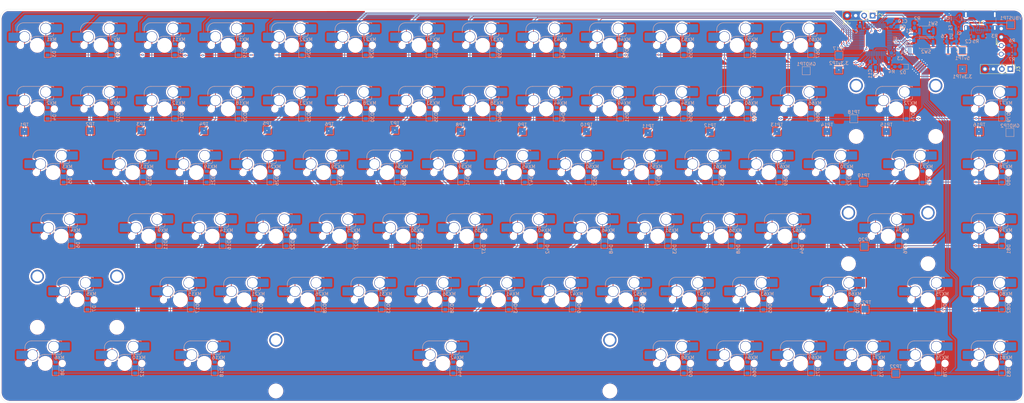
<source format=kicad_pcb>
(kicad_pcb (version 20241229) (generator "pcbnew") (generator_version "9.0")
  (layers (0 "F.Cu" signal) (2 "B.Cu" signal) (13 "F.Paste" user) (15 "B.Paste" user) (5 "F.SilkS" user "F.Silkscreen") (7 "B.SilkS" user "B.Silkscreen") (1 "F.Mask" user) (3 "B.Mask" user) (25 "Edge.Cuts" user))
  (net 0 "")
  (net 1 "GND")
  (net 2 "+3.3V")
  (net 3 "/NRST")
  (net 4 "+5V")
  (net 5 "/D-")
  (net 6 "/D+")
  (net 7 "Net-(D2-A)")
  (net 8 "row0")
  (net 9 "Net-(D3-A)")
  (net 10 "Net-(D4-A)")
  (net 11 "Net-(D5-A)")
  (net 12 "Net-(D6-A)")
  (net 13 "Net-(D7-A)")
  (net 14 "Net-(D8-A)")
  (net 15 "Net-(D9-A)")
  (net 16 "Net-(D10-A)")
  (net 17 "Net-(D11-A)")
  (net 18 "Net-(D12-A)")
  (net 19 "Net-(D13-A)")
  (net 20 "Net-(D14-A)")
  (net 21 "Net-(D15-A)")
  (net 22 "Net-(D16-A)")
  (net 23 "Net-(D17-A)")
  (net 24 "Net-(D18-A)")
  (net 25 "row1")
  (net 26 "Net-(D19-A)")
  (net 27 "Net-(D20-A)")
  (net 28 "Net-(D21-A)")
  (net 29 "Net-(D22-A)")
  (net 30 "Net-(D23-A)")
  (net 31 "Net-(D24-A)")
  (net 32 "Net-(D25-A)")
  (net 33 "Net-(D26-A)")
  (net 34 "Net-(D27-A)")
  (net 35 "Net-(D28-A)")
  (net 36 "Net-(D29-A)")
  (net 37 "Net-(D30-A)")
  (net 38 "Net-(D31-A)")
  (net 39 "Net-(D32-A)")
  (net 40 "Net-(D33-A)")
  (net 41 "row2")
  (net 42 "Net-(D34-A)")
  (net 43 "Net-(D35-A)")
  (net 44 "Net-(D36-A)")
  (net 45 "Net-(D37-A)")
  (net 46 "Net-(D38-A)")
  (net 47 "Net-(D39-A)")
  (net 48 "Net-(D40-A)")
  (net 49 "Net-(D41-A)")
  (net 50 "Net-(D42-A)")
  (net 51 "Net-(D43-A)")
  (net 52 "Net-(D44-A)")
  (net 53 "Net-(D45-A)")
  (net 54 "Net-(D46-A)")
  (net 55 "Net-(D47-A)")
  (net 56 "row3")
  (net 57 "Net-(D48-A)")
  (net 58 "Net-(D49-A)")
  (net 59 "Net-(D50-A)")
  (net 60 "Net-(D51-A)")
  (net 61 "Net-(D52-A)")
  (net 62 "Net-(D53-A)")
  (net 63 "Net-(D54-A)")
  (net 64 "Net-(D55-A)")
  (net 65 "Net-(D56-A)")
  (net 66 "Net-(D57-A)")
  (net 67 "Net-(D58-A)")
  (net 68 "Net-(D59-A)")
  (net 69 "Net-(D60-A)")
  (net 70 "Net-(D61-A)")
  (net 71 "row4")
  (net 72 "Net-(D62-A)")
  (net 73 "Net-(D63-A)")
  (net 74 "Net-(D64-A)")
  (net 75 "Net-(D65-A)")
  (net 76 "Net-(D66-A)")
  (net 77 "Net-(D67-A)")
  (net 78 "Net-(D68-A)")
  (net 79 "Net-(D69-A)")
  (net 80 "Net-(D70-A)")
  (net 81 "Net-(D71-A)")
  (net 82 "Net-(D72-A)")
  (net 83 "Net-(D73-A)")
  (net 84 "Net-(D74-A)")
  (net 85 "Net-(D75-A)")
  (net 86 "row5")
  (net 87 "Net-(D76-A)")
  (net 88 "Net-(D77-A)")
  (net 89 "Net-(D78-A)")
  (net 90 "Net-(D79-A)")
  (net 91 "Net-(D80-A)")
  (net 92 "Net-(D81-A)")
  (net 93 "/VBUS")
  (net 95 "Net-(J1-CC1)")
  (net 97 "Net-(J1-CC2)")
  (net 98 "col0")
  (net 99 "col1")
  (net 100 "col2")
  (net 101 "col3")
  (net 102 "col4")
  (net 103 "col5")
  (net 104 "col6")
  (net 105 "col7")
  (net 106 "col8")
  (net 107 "col9")
  (net 108 "col10")
  (net 109 "col11")
  (net 110 "col12")
  (net 111 "col13")
  (net 112 "col14")
  (net 113 "col15")
  (net 114 "/BOOT0")
  (net 115 "/HeartbeatLED")
  (net 116 "/SWCLK")
  (net 117 "/SDA")
  (net 118 "/SCL")
  (net 119 "/SWDIO")
  (net 120 "Net-(D82-A)")
  (net 121 "Net-(D83-A)")
  (net 122 "Net-(R1-Pad2)")
  (footprint "PCM_marbastlib-mx:STAB_MX_P_6.25u" (layer "F.Cu") (at 133.19375 139.65)
    (property "Reference" "S2" (hide yes))
    (property "Value" "MX_stab")
  )
  (footprint "Connector_PinHeader_2.54mm:PinHeader_1x04_P2.54mm_Vertical" (layer "F.Cu") (at 261.88 35.5 -90)
    (property "Reference" "J2")
    (property "Value" "Conn_01x04")
  )
  (footprint "PCM_marbastlib-mx:STAB_MX_P_2u" (layer "F.Cu") (at 268.86535 63.4238)
    (property "Reference" "S4" (hide yes))
    (property "Value" "MX_stab")
  )
  (footprint "PCM_marbastlib-mx:STAB_MX_P_2u" (layer "F.Cu") (at 266.5476 101.52685)
    (property "Reference" "S3" (hide yes))
    (property "Value" "MX_stab")
  )
  (footprint "kbd:OLED" (layer "F.Cu") (at 300.4 43.21 90)
    (property "Reference" "OL1")
    (property "Value" "OLED" (hide yes))
  )
  (footprint "Connector_PinHeader_2.54mm:PinHeader_1x04_P2.54mm_Vertical" (layer "F.Cu") (at 303.12 51.5 -90)
    (property "Reference" "J3")
    (property "Value" "Conn_01x04")
  )
  (footprint "PCM_marbastlib-mx:STAB_MX_P_2u" (layer "F.Cu") (at 23.65375 120.5738)
    (property "Reference" "S1" (hide yes))
    (property "Value" "MX_stab")
  )
  (footprint "Diode_SMD:D_SOD-123" (layer "B.Cu") (at 255.35625 121.85 90)
    (property "Reference" "D70")
    (property "Value" "D")
  )
  (footprint "PCM_marbastlib-mx:SW_MX_HS_CPG151101S11_1u" (layer "B.Cu") (at 16.5125 82.5 180)
    (property "Reference" "MX3")
    (property "Value" "MX_SW_HS")
  )
  (footprint "PCM_marbastlib-mx:SW_MX_HS_CPG151101S11_1u" (layer "B.Cu") (at 235.5875 101.55 180)
    (property "Reference" "MX62")
    (property "Value" "MX_SW_HS")
  )
  (footprint "TestPoint:TestPoint_Pad_2.0x2.0mm" (layer "B.Cu") (at 118.8 69.8 180)
    (property "Reference" "TP7")
    (property "Value" "col0")
  )
  (footprint "Diode_SMD:D_SOD-123" (layer "B.Cu") (at 124.3875 102.8 90)
    (property "Reference" "D32")
    (property "Value" "D")
  )
  (footprint "PCM_marbastlib-mx:SW_MX_HS_CPG151101S11_1u" (layer "B.Cu") (at 259.4 139.65 180)
    (property "Reference" "MX71")
    (property "Value" "MX_SW_HS")
  )
  (footprint "Capacitor_SMD:C_0603_1608Metric_Pad1.08x0.95mm_HandSolder" (layer "B.Cu") (at 287.8 43.2)
    (property "Reference" "C2")
    (property "Value" "1uF")
  )
  (footprint "Resistor_SMD:R_0603_1608Metric_Pad0.98x0.95mm_HandSolder" (layer "B.Cu") (at 291.2 41.8 180)
    (property "Reference" "R5")
    (property "Value" "5.1k")
  )
  (footprint "Diode_SMD:D_SOD-123" (layer "B.Cu") (at 100.575 83.75 90)
    (property "Reference" "D31")
    (property "Value" "D")
  )
  (footprint "Diode_SMD:D_SOD-123" (layer "B.Cu") (at 243.45 64.7 90)
    (property "Reference" "D68")
    (property "Value" "D")
  )
  (footprint "LED_SMD:LED_0603_1608Metric_Pad1.05x0.95mm_HandSolder" (layer "B.Cu") (at 270.9375 50.8 180)
    (property "Reference" "D2")
    (property "Value" "LED")
  )
  (footprint "PCM_marbastlib-mx:SW_MX_HS_CPG151101S11_1u" (layer "B.Cu") (at 61.75625 139.65 180)
    (property "Reference" "MX16")
    (property "Value" "MX_SW_HS")
  )
  (footprint "Diode_SMD:D_SOD-123" (layer "B.Cu") (at 52.95 64.7 90)
    (property "Reference" "D14")
    (property "Value" "D")
  )
  (footprint "PCM_marbastlib-mx:SW_MX_HS_CPG151101S11_1u" (layer "B.Cu") (at 116.525 82.5 180)
    (property "Reference" "MX34")
    (property "Value" "MX_SW_HS")
  )
  (footprint "PCM_marbastlib-mx:SW_MX_HS_CPG151101S11_1u" (layer "B.Cu") (at 107 63.45 180)
    (property "Reference" "MX28")
    (property "Value" "MX_SW_HS")
  )
  (footprint "Diode_SMD:D_SOD-123" (layer "B.Cu") (at 181.5375 102.8 90)
    (property "Reference" "D48")
    (property "Value" "D")
  )
  (footprint "Diode_SMD:D_SOD-123" (layer "B.Cu") (at 224.4 45.65 90)
    (property "Reference" "D61")
    (property "Value" "D")
  )
  (footprint "TestPoint:TestPoint_Pad_2.0x2.0mm" (layer "B.Cu") (at 7.8 70.2 180)
    (property "Reference" "TP1")
    (property "Value" "col0")
  )
  (footprint "Diode_SMD:D_SOD-123" (layer "B.Cu") (at 186.3 45.65 90)
    (property "Reference" "D50")
    (property "Value" "D")
  )
  (footprint "Capacitor_SMD:C_0603_1608Metric_Pad1.08x0.95mm_HandSolder" (layer "B.Cu") (at 267.56131 48.3)
    (property "Reference" "C3")
    (property "Value" "100nF")
  )
  (footprint "Diode_SMD:D_SOD-123" (layer "B.Cu") (at 229.1625 121.85 90)
    (property "Reference" "D65")
    (property "Value" "D")
  )
  (footprint "PCM_marbastlib-mx:SW_MX_HS_CPG151101S11_1u" (layer "B.Cu") (at 111.7625 120.6 180)
    (property "Reference" "MX31")
    (property "Value" "MX_SW_HS")
  )
  (footprint "Resistor_SMD:R_0603_1608Metric_Pad0.98x0.95mm_HandSolder" (layer "B.Cu") (at 275.336 37.719 180)
    (property "Reference" "R2")
    (property "Value" "5.1k")
  )
  (footprint "Diode_SMD:D_SOD-123" (layer "B.Cu") (at 238.6875 102.8 90)
    (property "Reference" "D64")
    (property "Value" "D")
  )
  (footprint "Diode_SMD:D_SOD-123" (layer "B.Cu") (at 95.8125 121.85 90)
    (property "Reference" "D28")
    (property "Value" "D")
  )
  (footprint "PCM_marbastlib-mx:SW_MX_HS_CPG151101S11_1u" (layer "B.Cu") (at 49.85 63.45 180)
    (property "Reference" "MX12")
    (property "Value" "MX_SW_HS")
  )
  (footprint "Diode_SMD:D_SOD-123" (layer "B.Cu") (at 110.1 64.7 90)
    (property "Reference" "D30")
    (property "Value" "D")
  )
  (footprint "Diode_SMD:D_SOD-123" (layer "B.Cu") (at 72 45.65 90)
    (property "Reference" "D19")
    (property "Value" "D")
  )
  (footprint "Fuse:Fuse_0603_1608Metric" (layer "B.Cu") (at 287.6 39.4 180)
    (property "Reference" "F1")
    (property "Value" "500mA")
  )
  (footprint "TestPoint:TestPoint_Pad_2.0x2.0mm" (layer "B.Cu") (at 268.8 142.6 180)
    (property "Reference" "TP22")
    (property "Value" "col1")
  )
  (footprint "Capacitor_SMD:C_0603_1608Metric_Pad1.08x0.95mm_HandSolder" (layer "B.Cu") (at 283.2 43.2 180)
    (property "Reference" "C6")
    (property "Value" "1uF")
  )
  (footprint "PCM_marbastlib-mx:SW_MX_HS_CPG151101S11_1u" (layer "B.Cu") (at 230.825 82.5 180)
    (property "Reference" "MX67")
    (property "Value" "MX_SW_HS")
  )
  (footprint "Diode_SMD:D_SOD-123" (layer "B.Cu") (at 143.4375 102.8 90)
    (property "Reference" "D37")
    (property "Value" "D")
  )
  (footprint "PCM_marbastlib-mx:SW_MX_HS_CPG151101S11_1u" (layer "B.Cu") (at 23.65625 120.6 180)
    (property "Reference" "MX5")
    (property "Value" "MX_SW_HS")
  )
  (footprint "Diode_SMD:D_SOD-123" (layer "B.Cu") (at 214.875 83.75 90)
    (property "Reference" "D63")
    (property "Value" "D")
  )
  (footprint "TestPoint:TestPoint_Pad_2.0x2.0mm" (layer "B.Cu") (at 259.6 123.4 180)
    (property "Reference" "TP21")
    (property "Value" "col1")
  )
  (footprint "TestPoint:TestPoint_Pad_2.0x2.0mm" (layer "B.Cu") (at 194.6 70.6 180)
    (property "Reference" "TP11")
    (property "Value" "col0")
  )
  (footprint "Button_Switch_SMD:SW_Push_SPST_NO_Alps_SKRK" (layer "B.Cu") (at 277.9 43.8)
    (property "Reference" "SW2")
    (property "Value" "SW_Push")
  )
  (footprint "Diode_SMD:D_SOD-123" (layer "B.Cu") (at 200.5875 102.8 90)
    (property "Reference" "D53")
    (property "Value" "D")
  )
  (footprint "Diode_SMD:D_SOD-123" (layer "B.Cu") (at 129.15 45.65 90)
    (property "Reference" "D34")
    (property "Value" "D")
  )
  (footprint "Diode_SMD:D_SOD-123" (layer "B.Cu") (at 136.29375 140.9 90)
    (property "Reference" "D44")
    (property "Value" "D")
  )
  (footprint "Capacitor_SMD:C_0603_1608Metric_Pad1.08x0.95mm_HandSolder" (layer "B.Cu") (at 262.744345 50.118155 90)
    (property "Reference" "C9")
    (property "Value" "10nF")
  )
  (footprint "PCM_marbastlib-mx:SW_MX_HS_CPG151101S11_1u" (layer "B.Cu") (at 83.1875 101.55 180)
    (property "Reference" "MX20")
    (property "Value" "MX_SW_HS")
  )
  (footprint "TestPoint:TestPoint_Pad_2.0x2.0mm" (layer "B.Cu") (at 61.6 70 180)
    (property "Reference" "TP4")
    (property "Value" "col1")
  )
  (footprint "PCM_marbastlib-mx:SW_MX_HS_CPG151101S11_1u" (layer "B.Cu") (at 221.3 44.4 180)
    (property "Reference" "MX59")
    (property "Value" "MX_SW_HS")
  )
  (footprint "PCM_marbastlib-mx:SW_MX_HS_CPG151101S11_1u" (layer "B.Cu") (at 226.0625 120.6 180)
    (property "Reference" "MX63")
    (property "Value" "MX_SW_HS")
  )
  (footprint "Diode_SMD:D_SOD-123" (layer "B.Cu") (at 148.2 64.7 90)
    (property "Reference" "D40")
    (property "Value" "D")
  )
  (footprint "PCM_marbastlib-mx:SW_MX_HS_CPG151101S11_1u" (layer "B.Cu") (at 192.725 82.5 180)
    (property "Reference" "MX55")
    (property "Value" "MX_SW_HS")
  )
  (footprint "PCM_marbastlib-mx:SW_MX_HS_CPG151101S11_1u" (layer "B.Cu") (at 92.7125 120.6 180)
    (property "Reference" "MX26")
    (property "Value" "MX_SW_HS")
  )
  (footprint "PCM_marbastlib-mx:SW_MX_HS_CPG151101S11_1u" (layer "B.Cu") (at 211.775 82.5 180)
    (property "Reference" "MX61")
    (property "Value" "MX_SW_HS")
  )
  (footprint "Diode_SMD:D_SOD-123" (layer "B.Cu") (at 300.6 64.7 90)
    (property "Reference" "D79")
    (property "Value" "D")
  )
  (footprint "PCM_marbastlib-mx:SW_MX_HS_CPG151101S11_1u" (layer "B.Cu") (at 240.35 63.45 180)
    (property "Reference" "MX66")
    (property "Value" "MX_SW_HS")
  )
  (footprint "Diode_SMD:D_SOD-123" (layer "B.Cu") (at 17.23125 140.9 90)
    (property "Reference" "D8")
    (property "Value" "D")
  )
  (footprint "PCM_marbastlib-mx:SW_MX_HS_CPG151101S11_1u" (layer "B.Cu") (at 168.9125 120.6 180)
    (property "Reference" "MX47")
    (property "Value" "MX_SW_HS")
  )
  (footprint "Diode_SMD:D_SOD-123" (layer "B.Cu") (at 21.99375 102.8 90)
    (property "Reference" "D6")
    (property "Value" "D")
  )
  (footprint "Diode_SMD:D_SOD-123" (layer "B.Cu") (at 205.35 64.7 90)
    (property "Reference" "D56")
    (property "Value" "D")
  )
  (footprint "Diode_SMD:D_SOD-123" (layer "B.Cu") (at 129.15 64.7 90)
    (property "Reference" "D35")
    (property "Value" "D")
  )
  (footprint "PCM_marbastlib-mx:SW_MX_HS_CPG151101S11_1u" (layer "B.Cu") (at 11.75 44.4 180)
    (property "Reference" "MX1")
    (property "Value" "MX_SW_HS")
  )
  (footprint "PCM_marbastlib-mx:SW_MX_HS_CPG151101S11_1u" (layer "B.Cu") (at 68.9 44.4 180)
    (property "Reference" "MX17")
    (property "Value" "MX_SW_HS")
  )
  (footprint "Resistor_SMD:R_0603_1608Metric_Pad0.98x0.95mm_HandSolder" (layer "B.Cu") (at 295.8 41.6)
    (property "Reference" "R3")
    (property "Value" "5.1k")
  )
  (footprint "Diode_SMD:D_SOD-123" (layer "B.Cu") (at 64.85625 140.9 90)
    (property "Reference" "D18")
    (property "Value" "D")
  )
  (footprint "TestPoint:TestPoint_Pad_2.0x2.0mm" (layer "B.Cu") (at 288.75 51.5 180)
    (property "Reference" "3.3vTP1")
    (property "Value" "TestPoint")
  )
  (footprint "Package_TO_SOT_SMD:SOT-23-3" (layer "B.Cu") (at 285.44 45.0125 90)
    (property "Reference" "U1")
    (property "Value" "XC6206PxxxMR")
  )
  (footprint "Capacitor_SMD:C_0603_1608Metric_Pad1.08x0.95mm_HandSolder" (layer "B.Cu") (at 257.22381 38.7 180)
    (property "Reference" "C7")
    (property "Value" "100nF")
  )
  (footprint "Diode_SMD:D_SOD-123" (layer "B.Cu") (at 105.3375 102.8 90)
    (property "Reference" "D27")
    (property "Value" "D")
  )
  (footprint "TestPoint:TestPoint_Pad_2.0x2.0mm" (layer "B.Cu") (at 80.6 69.8 180)
    (property "Reference" "TP5")
    (property "Value" "col0")
  )
  (footprint "PCM_marbastlib-mx:SW_MX_HS_CPG151101S11_1u" (layer "B.Cu") (at 40.325 82.5 180)
    (property "Reference" "MX13")
    (property "Value" "MX_SW_HS")
  )
  (footprint "Capacitor_SMD:C_0603_1608Metric_Pad1.08x0.95mm_HandSolder" (layer "B.Cu") (at 261.144345 50.118155 -90)
    (property "Reference" "C11")
    (property "Value" "1uF")
  )
  (footprint "Diode_SMD:D_SOD-123" (layer "B.Cu") (at 138.675 83.75 90)
    (property "Reference" "D41")
    (property "Value" "D")
  )
  (footprint "PCM_marbastlib-mx:SW_MX_HS_CPG151101S11_1u" (layer "B.Cu") (at 102.2375 101.55 180)
    (property "Reference" "MX25")
    (property "Value" "MX_SW_HS")
  )
  (footprint "PCM_marbastlib-mx:SW_MX_HS_CPG151101S11_1u" (layer "B.Cu") (at 135.575 82.5 180)
    (property "Reference" "MX39")
    (property "Value" "MX_SW_HS")
  )
  (footprint "Diode_SMD:D_SOD-123" (layer "B.Cu") (at 14.85 64.7 90)
    (property "Reference" "D4")
    (property "Value" "D")
  )
  (footprint "Diode_SMD:D_SOD-123" (layer "B.Cu") (at 281.55 121.85 90)
    (property "Reference" "D77")
    (property "Value" "D")
  )
  (footprint "TestPoint:TestPoint_Pad_2.0x2.0mm" (layer "B.Cu") (at 288.75 46 180)
    (property "Reference" "5vTP1")
    (property "Value" "TestPoint")
  )
  (footprint "TestPoint:TestPoint_Pad_2.0x2.0mm" (layer "B.Cu") (at 213.2 70.4 180)
    (property "Reference" "TP12")
    (property "Value" "col1")
  )
  (footprint "PCM_marbastlib-mx:SW_MX_HS_CPG151101S11_1u" (layer "B.Cu") (at 130.8125 120.6 180)
    (property "Reference" "MX36")
    (property "Value" "MX_SW_HS")
  )
  (footprint "PCM_marbastlib-mx:SW_MX_HS_CPG151101S11_1u" (layer "B.Cu") (at 240.35 44.4 180)
    (property "Reference" "MX65")
    (property "Value" "MX_SW_HS")
  )
  (footprint "PCM_marbastlib-mx:SW_MX_HS_CPG151101S11_1u" (layer "B.Cu") (at 59.375 82.5 180)
    (property "Reference" "MX19")
    (property "Value" "MX_SW_HS")
  )
  (footprint "PCM_marbastlib-mx:SW_MX_HS_CPG151101S11_1u" (layer "B.Cu") (at 207.0125 120.6 180)
    (property "Reference" "MX57")
    (property "Value" "MX_SW_HS")
  )
  (footprint "PCM_marbastlib-mx:SW_MX_HS_CPG151101S11_1u" (layer "B.Cu") (at 240.35 139.65 180)
    (property "Reference" "MX69")
    (property "Value" "MX_SW_HS")
  )
  (footprint "PCM_marbastlib-mx:SW_MX_HS_CPG151101S11_1u" (layer "B.Cu") (at 97.475 82.5 180)
    (property "Reference" "MX29")
    (property "Value" "MX_SW_HS")
  )
  (footprint "PCM_marbastlib-mx:SW_MX_HS_CPG151101S11_1u" (layer "B.Cu") (at 187.9625 120.6 180)
    (property "Reference" "MX52")
    (property "Value" "MX_SW_HS")
  )
  (footprint "Diode_SMD:D_SOD-123" (layer "B.Cu") (at 57.7125 121.85 90)
    (property "Reference" "D17")
    (property "Value" "D")
  )
  (footprint "Diode_SMD:D_SOD-123" (layer "B.Cu") (at 300.6 83.75 90)
    (property "Reference" "D80")
    (property "Value" "D")
  )
  (footprint "PCM_marbastlib-mx:SW_MX_HS_CPG151101S11_1u" (layer "B.Cu") (at 154.625 82.5 180)
    (property "Reference" "MX45")
    (property "Value" "MX_SW_HS")
  )
  (footprint "Diode_SMD:D_SOD-123" (layer "B.Cu") (at 33.9 64.7 90)
    (property "Reference" "D10")
    (property "Value" "D")
  )
  (footprint "Diode_SMD:D_SOD-123" (layer "B.Cu") (at 162.4875 102.8 90)
    (property "Reference" "D42")
    (property "Value" "D")
  )
  (footprint "TestPoint:TestPoint_Pad_2.0x2.0mm" (layer "B.Cu") (at 248.2 70.2 180)
    (property "Reference" "TP14")
    (property "Value" "col1")
  )
  (footprint "Diode_SMD:D_SOD-123" (layer "B.Cu") (at 167.25 64.7 90)
    (property "Reference" "D46")
    (property "Value" "D")
  )
  (footprint "Resistor_SMD:R_0603_1608Metric_Pad0.98x0.95mm_HandSolder" (layer "B.Cu") (at 303.6 47 180)
    (property "Reference" "R7")
    (property "Value" "5.1k")
  )
  (footprint "PCM_marbastlib-mx:SW_MX_HS_CPG151101S11_1u" (layer "B.Cu") (at 297.5 82.5 180)
    (property "Reference" "MX78")
    (property "Value" "MX_SW_HS")
  )
  (footprint "Diode_SMD:D_SOD-123" (layer "B.Cu") (at 43.425 83.75 90)
    (property "Reference" "D15")
    (property "Value" "D")
  )
  (footprint "Diode_SMD:D_SOD-123" (layer "B.Cu") (at 224.4 64.7 90)
    (property "Reference" "D62")
    (property "Value" "D")
  )
  (footprint "Capacitor_SMD:C_0603_1608Metric_Pad1.08x0.95mm_HandSolder" (layer "B.Cu") (at 274.2375 43.8 -90)
    (property "Reference" "C5")
    (property "Value" "0.1uF")
  )
  (footprint "TestPoint:TestPoint_Pad_2.0x2.0mm" (layer "B.Cu") (at 303.25 38.25 180)
    (property "Reference" "VBUSTP1")
    (property "Value" "TestPoint")
  )
  (footprint "Diode_SMD:D_SOD-123" (layer "B.Cu") (at 205.35 140.9 90)
    (property "Reference" "D60")
    (property "Value" "D")
  )
  (footprint "Diode_SMD:D_SOD-123" (layer "B.Cu") (at 110.1 45.65 90)
    (property "Reference" "D29")
    (property "Value" "D")
  )
  (footprint "Diode_SMD:D_SOD-123" (layer "B.Cu") (at 148.2 45.65 90)
    (property "Reference" "D39")
    (property "Value" "D")
  )
  (footprint "TestPoint:TestPoint_Pad_2.0x2.0mm" (layer "B.Cu") (at 99.2 70 180)
    (property "Reference" "TP6")
    (property "Value" "col1")
  )
  (footprint "Diode_SMD:D_SOD-123" (layer "B.Cu") (at 41.04375 140.9 90)
    (property "Reference" "D12")
    (property "Value" "D")
  )
  (footprint "PCM_marbastlib-mx:SW_MX_HS_CPG151101S11_1u" (layer "B.Cu") (at 140.3375 101.55 180)
    (property "Reference" "MX35")
    (property "Value" "MX_SW_HS")
  )
  (footprint "Diode_SMD:D_SOD-123" (layer "B.Cu") (at 300.6 140.9 90)
    (property "Reference" "D83")
    (property "Value" "D")
  )
  (footprint "PCM_marbastlib-mx:SW_MX_HS_CPG151101S11_1u" (layer "B.Cu") (at 45.0875 101.55 180)
    (property "Reference" "MX9")
    (property "Value" "MX_SW_HS")
  )
  (footprint "TestPoint:TestPoint_Pad_2.0x2.0mm" (layer "B.Cu") (at 259.2 85.4 180)
    (property "Reference" "TP19")
    (property "Value" "col1")
  )
  (footprint "TestPoint:TestPoint_Pad_2.0x2.0mm" (layer "B.Cu") (at 233.2 70.2 180)
    (property "Reference" "TP13")
    (property "Value" "col0")
  )
  (footprint "PCM_marbastlib-mx:SW_MX_HS_CPG151101S11_1u" (layer "B.Cu") (at 202.25 139.65 180)
    (property "Reference" "MX58")
    (property "Value" "MX_SW_HS")
  )
  (footprint "Diode_SMD:D_SOD-123" (layer "B.Cu") (at 62.475 83.75 90)
    (property "Reference" "D21")
    (property "Value" "D")
  )
  (footprint "Resistor_SMD:R_0603_1608Metric_Pad0.98x0.95mm_HandSolder" (layer "B.Cu") (at 274.4 40.1125 90)
    (property "Reference" "R1")
    (property "Value" "5.1k")
  )
  (footprint "Diode_SMD:D_SOD-123" (layer "B.Cu") (at 276.7875 83.75 90)
    (property "Reference" "D75")
    (property "Value" "D")
  )
  (footprint "PCM_marbastlib-mx:SW_MX_HS_CPG151101S11_1u" (layer "B.Cu") (at 126.05 44.4 180)
    (property "Reference" "MX32")
    (property "Value" "MX_SW_HS")
  )
  (footprint "Diode_SMD:D_SOD-123" (layer "B.Cu") (at 167.25 45.65 90)
    (property "Reference" "D45")
    (property "Value" "D")
  )
  (footprint "Resistor_SMD:R_0603_1608Metric_Pad0.98x0.95mm_HandSolder" (layer "B.Cu") (at 303.6 44.4 180)
    (property "Reference" "R6")
    (property "Value" "5.1k")
  )
  (footprint "PCM_marbastlib-mx:SW_MX_HS_CPG151101S11_1u" (layer "B.Cu") (at 18.89375 101.55 180)
    (property "Reference" "MX4")
    (property "Value" "MX_SW_HS")
  )
  (footprint "PCM_marbastlib-mx:SW_MX_HS_CPG151101S11_1u" (layer "B.Cu") (at 216.5375 101.55 180)
    (property "Reference" "MX56")
    (property "Value" "MX_SW_HS")
  )
  (footprint "Capacitor_SMD:C_0603_1608Metric_Pad1.08x0.95mm_HandSolder" (layer "B.Cu") (at 268.36131 46.7)
    (property "Reference" "C4")
    (property "Value" "100nF")
  )
  (footprint "Diode_SMD:D_SOD-123" (layer "B.Cu") (at 205.35 45.65 90)
    (property "Reference" "D55")
    (property "Value" "D")
  )
  (footprint "TestPoint:TestPoint_Pad_2.0x2.0mm" (layer "B.Cu") (at 251.8 47.4 180)
    (property "Reference" "TP17")
    (property "Value" "col1")
  )
  (footprint "PCM_marbastlib-mx:SW_MX_HS_CPG151101S11_1u" (layer "B.Cu") (at 249.875 82.5 180)
    (property "Reference" "MX70")
    (property "Value" "MX_SW_HS")
  )
  (footprint "Diode_SMD:D_SOD-123" (layer "B.Cu") (at 26.75625 121.85 90)
    (property "Reference" "D7")
    (property "Value" "D")
  )
  (footprint "Diode_SMD:D_SOD-123" (layer "B.Cu") (at 262.5 140.9 90)
    (property "Reference" "D73")
    (property "Value" "D")
  )
  (footprint "TestPoint:TestPoint_Pad_2.0x2.0mm" (layer "B.Cu") (at 303 70.5 180)
    (property "Reference" "GNDTP2")
    (property "Value" "TestPoint")
  )
  (footprint "TestPoint:TestPoint_Pad_2.0x2.0mm" (layer "B.Cu") (at 138.4 70.2 180)
    (property "Reference" "TP8")
    (property "Value" "col1")
  )
  (footprint "TestPoint:TestPoint_Pad_2.0x2.0mm" (layer "B.Cu") (at 256.25 66.4 180)
    (property "Reference" "TP18")
    (property "Value" "col0")
  )
  (footprint "PCM_marbastlib-mx:SW_MX_HS_CPG151101S11_1u" (layer "B.Cu") (at 252.25625 120.6 180)
    (property "Reference" "MX68")
    (property "Value" "MX_SW_HS")
  )
  (footprint "TestPoint:TestPoint_Pad_2.0x2.0mm" (layer "B.Cu") (at 242 52 180)
    (property "Reference" "GNDTP1")
    (property "Value" "TestPoint")
  )
  (footprint "PCM_marbastlib-mx:SW_MX_HS_CPG151101S11_1u" (layer "B.Cu") (at 11.75 63.45 180)
    (property "Reference" "MX2")
    (property "Value" "MX_SW_HS")
  )
  (footprint "Diode_SMD:D_SOD-123" (layer "B.Cu") (at 133.9125 121.85 90)
    (property "Reference" "D38")
    (property "Value" "D")
  )
  (footprint "Diode_SMD:D_SOD-123" (layer "B.Cu") (at 172.0125 121.85 90)
    (property "Reference" "D49")
    (property "Value" "D")
  )
  (footprint "PCM_marbastlib-mx:SW_MX_HS_CPG151101S11_1u" (layer "B.Cu") (at 87.95 63.45 180)
    (property "Reference" "MX23")
    (property "Value" "MX_SW_HS")
  )
  (footprint "Button_Switch_SMD:SW_Push_SPST_NO_Alps_SKRK" (layer "B.Cu") (at 278 40.2 180)
    (property "Reference" "SW1")
    (property "Value" "SW_Push")
  )
  (footprint "PCM_marbastlib-various:USB_C_Receptacle_HRO_TYPE-C-31-M-23" (layer "B.Cu") (at 294.139 37.4194)
    (property "Reference" "J1")
    (property "Value" "USB_C_Receptacle_USB2.0_16P")
  )
  (footprint "Diode_SMD:D_SOD-123" (layer "B.Cu") (at 176.775 83.75 90)
    (property "Reference" "D52")
    (property "Value" "D")
  )
  (footprint "Diode_SMD:D_SOD-123" (layer "B.Cu") (at 191.0625 121.85 90)
    (property "Reference" "D54")
    (property "Value" "D")
  )
  (footprint "TestPoint:TestPoint_Pad_2.0x2.0mm" (layer "B.Cu") (at 27.6 70 180)
    (property "Reference" "TP2")
    (property "Value" "col1")
  )
  (footprint "PCM_marbastlib-mx:SW_MX_HS_CPG151101S11_1u" (layer "B.Cu") (at 54.6125 120.6 180)
    (property "Reference" "MX15")
    (property "Value" "MX_SW_HS")
  )
  (footprint "Diode_SMD:D_SOD-123" (layer "B.Cu") (at 91.05 45.65 90)
    (property "Reference" "D24")
    (property "Value" "D")
  )
  (footprint "PCM_marbastlib-mx:SW_MX_HS_CPG151101S11_1u" (layer "B.Cu") (at 278.45 139.65 180)
    (property "Reference" "MX76")
    (property "Value" "MX_SW_HS")
  )
  (footprint "PCM_marbastlib-mx:SW_MX_HS_CPG151101S11_1u" (layer "B.Cu") (at 68.9 63.45 180)
    (property "Reference" "MX18")
    (property "Value" "MX_SW_HS")
  )
  (footprint "Diode_SMD:D_SOD-123" (layer "B.Cu") (at 67.2375 102.8 90)
    (property "Reference" "D16")
    (property "Value" "D")
  )
  (footprint "PCM_marbastlib-mx:SW_MX_HS_CPG151101S11_1u" (layer "B.Cu") (at 202.25 44.4 180)
    (property "Reference" "MX53")
    (property "Value" "MX_SW_HS")
  )
  (footprint "PCM_marbastlib-mx:SW_MX_HS_CPG151101S11_1u" (layer "B.Cu") (at 178.4375 101.55 180)
    (property "Reference" "MX46")
    (property "Value" "MX_SW_HS")
  )
  (footprint "PCM_marbastlib-mx:SW_MX_HS_CPG151101S11_1u" (layer "B.Cu") (at 64.1375 101.55 180)
    (property "Reference" "MX14")
    (property "Value" "MX_SW_HS")
  )
  (footprint "PCM_marbastlib-mx:SW_MX_HS_CPG151101S11_1u" (layer "B.Cu") (at 73.6625 120.6 180)
    (property "Reference" "MX21")
    (property "Value" "MX_SW_HS")
  )
  (footprint "Diode_SMD:D_SOD-123" (layer "B.Cu") (at 224.4 140.9 90)
    (property "Reference" "D66")
    (property "Value" "D")
  )
  (footprint "PCM_marbastlib-mx:SW_MX_HS_CPG151101S11_1u" (layer "B.Cu") (at 197.4875 101.55 180)
    (property "Reference" "MX51")
    (property "Value" "MX_SW_HS")
  )
  (footprint "PCM_marbastlib-mx:SW_MX_HS_CPG151101S11_1u" (layer "B.Cu") (at 107 44.4 180)
    (property "Reference" "MX27")
    (property "Value" "MX_SW_HS")
  )
  (footprint "TestPoint:TestPoint_Pad_2.0x2.0mm" (layer "B.Cu") (at 157 70.2 180)
    (property "Reference" "TP9")
    (property "Value" "col0")
  )
  (footprint "Diode_SMD:D_SOD-123" (layer "B.Cu") (at 76.7625 121.85 90)
    (property "Reference" "D23")
    (property "Value" "D")
  )
  (footprint "TestPoint:TestPoint_Pad_2.0x2.0mm" (layer "B.Cu") (at 251.75 51.75 180)
    (property "Reference" "3.3vTP2")
    (property "Value" "TestPoint")
  )
  (footprint "Diode_SMD:D_SOD-123" (layer "B.Cu") (at 281.55 140.9 90)
    (property "Reference" "D78")
    (property "Value" "D")
  )
  (footprint "Resistor_SMD:R_0603_1608Metric_Pad0.98x0.95mm_HandSolder" (layer "B.Cu") (at 267.6 50.8 180)
    (property "Reference" "R4")
    (property "Value" "5.1k")
  )
  (footprint "PCM_marbastlib-mx:SW_MX_HS_CPG151101S11_1u" (layer "B.Cu") (at 183.2 63.45 180)
    (property "Reference" "MX49")
    (property "Value" "MX_SW_HS")
  )
  (footprint "TestPoint:TestPoint_Pad_2.0x2.0mm" (layer "B.Cu") (at 266 70.2 180)
    (property "Reference" "TP15")
    (property "Value" "col0")
  )
  (footprint "Diode_SMD:D_SOD-123" (layer "B.Cu") (at 186.3 64.7 90)
    (property "Reference" "D51")
    (property "Value" "D")
  )
  (footprint "Diode_SMD:D_SOD-123" (layer "B.Cu") (at 33.9 45.65 90)
    (property "Reference" "D9")
    (property "Value" "D")
  )
  (footprint "Diode_SMD:D_SOD-123" (layer "B.Cu") (at 19.6125 83.75 90)
    (property "Reference" "D5")
    (property "Value" "D")
  )
  (footprint "TestPoint:TestPoint_Pad_2.0x2.0mm" (layer "B.Cu") (at 42.8 70 180)
    (property "Reference" "TP3")
    (property "Value" "col0")
  )
  (footprint "PCM_marbastlib-mx:SW_MX_HS_CPG151101S11_1u" (layer "B.Cu") (at 221.3 139.65 180)
    (property "Reference" "MX64")
    (property "Value" "MX_SW_HS")
  )
  (footprint "PCM_marbastlib-mx:SW_MX_HS_CPG151101S11_1u" (layer "B.Cu") (at 30.8 44.4 180)
    (property "Reference" "MX7")
    (property "Value" "MX_SW_HS")
  )
  (footprint "PCM_marbastlib-mx:SW_MX_HS_CPG151101S11_1u" (layer "B.Cu") (at 126.05 63.45 180)
    (property "Reference" "MX33")
    (property "Value" "MX_SW_HS")
  )
  (footprint "Diode_SMD:D_SOD-123" (layer "B.Cu") (at 114.8625 121.85 90)
    (property "Reference" "D33")
    (property "Value" "D")
  )
  (footprint "PCM_marbastlib-mx:SW_MX_HS_CPG151101S11_1u" (layer "B.Cu") (at 87.95 44.4 180)
    (property "Reference" "MX22")
    (property "Value" "MX_SW_HS")
  )
  (footprint "PCM_marbastlib-mx:SW_MX_HS_CPG151101S11_1u" (layer "B.Cu") (at 145.1 63.45 180)
    (property "Reference" "MX38")
    (property "Value" "MX_SW_HS")
  )
  (footprint "Diode_SMD:D_SOD-123" (layer "B.Cu") (at 210.1125 121.85 90)
    (property "Reference" "D59")
    (property "Value" "D")
  )
  (footprint "Diode_SMD:D_SOD-123" (layer "B.Cu") (at 243.45 140.9 90)
    (property "Reference" "D71")
    (property "Value" "D")
  )
  (footprint "PCM_marbastlib-mx:SW_MX_HS_CPG151101S11_1u" (layer "B.Cu") (at 221.3 63.45 180)
    (property "Reference" "MX60")
    (property "Value" "MX_SW_HS")
  )
  (footprint "Diode_SMD:D_SOD-123" (layer "B.Cu") (at 91.05 64.7 90)
    (property "Reference" "D25")
    (property "Value" "D")
  )
  (footprint "PCM_marbastlib-mx:SW_MX_HS_CPG151101S11_1u" (layer "B.Cu") (at 297.5 63.45 180)
    (property "Reference" "MX77")
    (property "Value" "MX_SW_HS")
  )
  (footprint "Diode_SMD:D_SOD-123" (layer "B.Cu") (at 272.025 64.7 90)
    (property "Reference" "D74")
    (property "Value" "D")
  )
  (footprint "PCM_marbastlib-mx:SW_MX_HS_CPG151101S11_1u" (layer "B.Cu") (at 297.5 139.65 180)
    (property "Reference" "MX81")
    (property "Value" "MX_SW_HS")
  )
  (footprint "PCM_marbastlib-mx:SW_MX_HS_CPG151101S11_1u" (layer "B.Cu") (at 149.8625 120.6 180)
    (property "Reference" "MX41")
    (property "Value" "MX_SW_HS")
  )
  (footprint "Diode_SMD:D_SOD-123" (layer "B.Cu") (at 243.45 45.65 90)
    (property "Reference" "D67")
    (property "Value" "D")
  )
  (footprint "Diode_SMD:D_SOD-123" (layer "B.Cu") (at 52.95 45.65 90)
    (property "Reference" "D13")
    (property "Value" "D")
  )
  (footprint "Diode_SMD:D_SOD-123" (layer "B.Cu") (at 195.825 83.75 90)
    (property "Reference" "D57")
    (property "Value" "D")
  )
  (footprint "PCM_marbastlib-mx:SW_MX_HS_CPG151101S11_1u" (layer "B.Cu") (at 202.25 63.45 180)
    (property "Reference" "MX54")
    (property "Value" "MX_SW_HS")
  )
  (footprint "PCM_marbastlib-mx:SW_MX_HS_CPG151101S11_1u" (layer "B.Cu") (at 164.15 63.45 180)
    (property "Reference" "MX44")
    (property "Value" "MX_SW_HS")
  )
  (footprint "Diode_SMD:D_SOD-123" (layer "B.Cu") (at 269.64375 102.8 90)
    (property "Reference" "D76")
    (property "Value" "D")
  )
  (footprint "PCM_marbastlib-mx:SW_MX_HS_CPG151101S11_1u" (layer "B.Cu") (at 297.5 101.55 180)
    (property "Reference" "MX79")
    (property "Value" "MX_SW_HS")
  )
  (footprint "Diode_SMD:D_SOD-123" (layer "B.Cu") (at 233.925 83.75 90)
    (property "Reference" "D69")
    (property "Value" "D")
  )
  (footprint "PCM_marbastlib-mx:SW_MX_HS_CPG151101S11_1u" (layer "B.Cu") (at 164.15 44.4 180)
    (property "Reference" "MX43")
    (property "Value" "MX_SW_HS")
  )
  (footprint "TestPoint:TestPoint_Pad_2.0x2.0mm" (layer "B.Cu") (at 259.4 104.6 180)
    (property "Reference" "TP20")
    (property "Value" "col0")
  )
  (footprint "PCM_marbastlib-mx:SW_MX_HS_CPG151101S11_1u" (layer "B.Cu") (at 121.2875 101.55 180)
    (property "Reference" "MX30")
    (property "Value" "MX_SW_HS")
  )
  (footprint "PCM_marbastlib-mx:SW_MX_HS_CPG151101S11_1u" (layer "B.Cu") (at 37.94375 139.65 180)
    (property "Reference" "MX10")
    (property "Value" "MX_SW_HS")
  )
  (footprint "TestPoint:TestPoint_Pad_2.0x2.0mm" (layer "B.Cu") (at 176.2 70.2 180)
    (property "Reference" "TP10")
    (property "Value" "col1")
  )
  (footprint "Capacitor_SMD:C_0603_1608Metric_Pad1.08x0.95mm_HandSolder" (layer "B.Cu") (at 268.2625 37.2 180)
    (property "Reference" "C10")
    (property "Value" "4.7uF")
  )
  (footprint "TestPoint:TestPoint_Pad_2.0x2.0mm" (layer "B.Cu") (at 293.8 70.2 180)
    (property "Reference" "TP16")
    (property "Value" "col1")
  )
  (footprint "PCM_marbastlib-mx:SW_MX_HS_CPG151101S11_1u" (layer "B.Cu") (at 133.19375 139.65 180)
    (property "Reference" "MX42")
    (property "Value" "MX_SW_HS")
  )
  (footprint "Diode_SMD:D_SOD-123" (layer "B.Cu") (at 14.85 45.65 90)
    (property "Reference" "D3")
    (property "Value" "D")
  )
  (footprint "Diode_SMD:D_SOD-123" (layer "B.Cu") (at 219.6375 102.8 90)
    (property "Reference" "D58")
    (property "Value" "D")
  )
  (footprint "PCM_marbastlib-mx:SW_MX_HS_CPG151101S11_1u" (layer "B.Cu") (at 14.13125 139.65 180)
    (property "Reference" "MX6")
    (property "Value" "MX_SW_HS")
  )
  (footprint "Diode_SMD:D_SOD-123" (layer "B.Cu") (at 81.525 83.75 90)
    (property "Reference" "D26")
    (property "Value" "D")
  )
  (footprint "PCM_marbastlib-mx:SW_MX_HS_CPG151101S11_1u" (layer "B.Cu") (at 30.8 63.45 180)
    (property "Reference" "MX8")
    (property "Value" "MX_SW_HS")
  )
  (footprint "Diode_SMD:D_SOD-123" (layer "B.Cu") (at 152.9625 121.85 90)
    (property "Reference" "D43")
    (property "Value" "D")
  )
  (footprint "Diode_SMD:D_SOD-123" (layer "B.Cu") (at 157.725 83.75 90)
    (property "Reference" "D47")
    (property "Value" "D")
  )
  (footprint "Diode_SMD:D_SOD-123" (layer "B.Cu") (at 300.6 102.8 90)
    (property "Reference" "D81")
    (property "Value" "D")
  )
  (footprint "PCM_marbastlib-mx:SW_MX_HS_CPG151101S11_1u" (layer "B.Cu") (at 278.45 120.6 180)
    (property "Reference" "MX75")
    (property "Value" "MX_SW_HS")
  )
  (footprint "PCM_marbastlib-mx:SW_MX_HS_CPG151101S11_1u" (layer "B.Cu") (at 268.925 63.45 180)
    (property "Reference" "MX72")
    (property "Value" "MX_SW_HS")
  )
  (footprint "Diode_SMD:D_SOD-123" (layer "B.Cu") (at 48.1875 102.8 90)
    (property "Reference" "D11")
    (property "Value" "D")
  )
  (footprint "PCM_marbastlib-mx:SW_MX_HS_CPG151101S11_1u" (layer "B.Cu") (at 273.6875 82.5 180)
    (property "Reference" "MX73")
    (property "Value" "MX_SW_HS")
  )
  (footprint "PCM_marbastlib-mx:SW_MX_HS_CPG151101S11_1u" (layer "B.Cu") (at 266.54375 101.55 180)
    (property "Reference" "MX74")
    (property "Value" "MX_SW_HS")
  )
  (footprint "PCM_marbastlib-mx:SW_MX_HS_CPG151101S11_1u" (layer "B.Cu") (at 297.5 120.6 180)
    (property "Reference" "MX80")
    (property "Value" "MX_SW_HS")
  )
  (footprint "Capacitor_SMD:C_0603_1608Metric_Pad1.08x0.95mm_HandSolder" (layer "B.Cu") (at 268.2625 38.8)
    (property "Reference" "C8")
    (property "Value" "100nF")
  )
  (footprint "PCM_marbastlib-mx:SW_MX_HS_CPG151101S11_1u" (layer "B.Cu") (at 49.85 44.4 180)
    (property "Reference" "MX11")
    (property "Value" "MX_SW_HS")
  )
  (footprint "Capacitor_SMD:C_0603_1608Metric_Pad1.08x0.95mm_HandSolder" (layer "B.Cu") (at 287.7775 41.7375)
    (property "Reference" "C1")
    (property "Value" "100nF")
  )
  (footprint "PCM_marbastlib-mx:SW_MX_HS_CPG151101S11_1u" (layer "B.Cu") (at 145.1 44.4 180)
    (property "Reference" "MX37")
    (property "Value" "MX_SW_HS")
  )
  (footprint "Package_QFP:LQFP-48_7x7mm_P0.5mm" (layer "B.Cu") (at 262.76131 42.7 90)
    (property "Reference" "U2")
    (property "Value" "STM32F072CBTx")
  )
  (footprint "PCM_marbastlib-mx:SW_MX_HS_CPG151101S11_1u" (layer "B.Cu") (at 173.675 82.5 180)
    (property "Reference" "MX50")
    (property "Value" "MX_SW_HS")
  )
  (footprint "Diode_SMD:D_SOD-123" (layer "B.Cu") (at 300.6 121.85 90)
    (property "Reference" "D82")
    (property "Value" "D")
  )
  (footprint "Diode_SMD:D_SOD-123" (layer "B.Cu") (at 86.2875 102.8 90)
    (property "Reference" "D22")
    (property "Value" "D")
  )
  (footprint "PCM_marbastlib-mx:SW_MX_HS_CPG151101S11_1u" (layer "B.Cu") (at 78.425 82.5 180)
    (property "Reference" "MX24")
    (property "Value" "MX_SW_HS")
  )
  (footprint "PCM_marbastlib-mx:SW_MX_HS_CPG151101S11_1u" (layer "B.Cu") (at 159.3875 101.55 180)
    (property "Reference" "MX40")
    (property "Value" "MX_SW_HS")
  )
  (footprint "Diode_SMD:D_SOD-123" (layer "B.Cu") (at 72 64.7 90)
    (property "Reference" "D20")
    (property "Value" "D")
  )
  (footprint "Diode_SMD:D_SOD-123" (layer "B.Cu") (at 252.975 83.75 90)
    (property "Reference" "D72")
    (property "Value" "D")
  )
  (footprint "Diode_SMD:D_SOD-123" (layer "B.Cu") (at 119.625 83.75 90)
    (property "Reference" "D36")
    (property "Value" "D")
  )
  (footprint "PCM_marbastlib-mx:SW_MX_HS_CPG151101S11_1u" (layer "B.Cu") (at 183.2 44.4 180)
    (property "Reference" "MX48")
    (property "Value" "MX_SW_HS")
  )
  (footprint "Package_TO_SOT_SMD:SOT-143" (layer "B.Cu") (at 287 36.3888 -90)
    (property "Reference" "D1")
    (property "Value" "PRTR5V0U2X")
  )
  (gr_line (start 0.6 148.3336) (end 0.6 36.5428) (stroke (width 0.05)) (layer "Edge.Cuts"))
  (gr_arc (start 304.2 33.5428) (mid 306.32132 34.42148) (end 307.2 36.5428) (stroke (width 0.05)) (layer "Edge.Cuts"))
  (gr_line (start 307.2 36.5428) (end 307.2 148.3336) (stroke (width 0.05)) (layer "Edge.Cuts"))
  (gr_line (start 3.6 33.5428) (end 304.2 33.5428) (stroke (width 0.05)) (layer "Edge.Cuts"))
  (gr_line (start 304.2 151.3336) (end 3.6 151.3336) (stroke (width 0.05)) (layer "Edge.Cuts"))
  (gr_arc (start 0.6 36.5428) (mid 1.47868 34.42148) (end 3.6 33.5428) (stroke (width 0.05)) (layer "Edge.Cuts"))
  (gr_arc (start 307.2 148.3336) (mid 306.32132 150.45492) (end 304.2 151.3336) (stroke (width 0.05)) (layer "Edge.Cuts"))
  (gr_arc (start 3.6 151.3336) (mid 1.47868 150.45492) (end 0.6 148.3336) (stroke (width 0.05)) (layer "Edge.Cuts"))
  (gr_text "3.3v" (at 252.75 38.2 0) (layer "F.SilkS") (effects (font (size 0.8 0.8) (thickness 0.1)) (justify left bottom)))
  (segment (start 273.812 51.562) (end 276.6695 48.7045) (width 0.5) (layer "F.Cu") (net 1))
  (segment (start 284.1 34.9) (end 284.8 34.9) (width 0.5) (layer "F.Cu") (net 1))
  (segment (start 275.336 53.086) (end 278.1935 50.2285) (width 0.5) (layer "F.Cu") (net 1))
  (segment (start 274.32 52.07) (end 277.1775 49.2125) (width 0.5) (layer "F.Cu") (net 1))
  (segment (start 282.2716 36.7284) (end 284.1 34.9) (width 0.5) (layer "F.Cu") (net 1))
  (segment (start 276.6695 48.7045) (end 276.733 48.641) (width 0.2) (layer "F.Cu") (net 1))
  (segment (start 282.2448 36.7284) (end 282.2716 36.7284) (width 0.5) (layer "F.Cu") (net 1))
  (segment (start 274.828 52.578) (end 277.6855 49.7205) (width 0.5) (layer "F.Cu") (net 1))
  (via (at 282.2448 36.7284) (size 0.6) (drill 0.3) (layers "F.Cu" "B.Cu") (net 1))
  (via (at 274.828 52.578) (size 0.6) (drill 0.3) (layers "F.Cu" "B.Cu") (net 1))
  (via (at 284.8 34.9) (size 0.6) (drill 0.3) (layers "F.Cu" "B.Cu") (net 1))
  (via (at 278.1935 50.2285) (size 0.6) (drill 0.3) (layers "F.Cu" "B.Cu") (net 1))
  (via (at 275.336 53.086) (size 0.6) (drill 0.3) (layers "F.Cu" "B.Cu") (net 1))
  (via (at 276.6695 48.7045) (size 0.6) (drill 0.3) (layers "F.Cu" "B.Cu") (net 1))
  (via (at 273.812 51.562) (size 0.6) (drill 0.3) (layers "F.Cu" "B.Cu") (net 1))
  (via (at 277.6855 49.7205) (size 0.6) (drill 0.3) (layers "F.Cu" "B.Cu") (net 1))
  (via (at 277.1775 49.2125) (size 0.6) (drill 0.3) (layers "F.Cu" "B.Cu") (net 1))
  (via (at 274.32 52.07) (size 0.6) (drill 0.3) (layers "F.Cu" "B.Cu") (net 1))
  (segment (start 297.764 39.8444) (end 298.464 39.1444) (width 0.2) (layer "B.Cu") (net 1))
  (segment (start 262.263 44.95) (end 262.01131 45.20169) (width 0.2) (layer "B.Cu") (net 1))
  (segment (start 266.92381 44.95) (end 265.041 44.95) (width 0.2) (layer "B.Cu") (net 1))
  (segment (start 286.25 35.25) (end 285.15 35.25) (width 0.5) (layer "B.Cu") (net 1))
  (segment (start 261.144345 50.855655) (end 262.744345 49.255655) (width 0.2) (layer "B.Cu") (net 1))
  (segment (start 267.4 37.2) (end 265.2 37.2) (width 0.2) (layer "B.Cu") (net 1))
  (segment (start 265.2 37.2) (end 265.01131 37.38869) (width 0.2) (layer "B.Cu") (net 1))
  (segment (start 269.22381 47.5) (end 268.42381 48.3) (width 0.2) (layer "B.Cu") (net 1))
  (segment (start 256.36131 39.175) (end 256.36131 38.7) (width 0.2) (layer "B.Cu") (net 1))
  (segment (start 261.144345 50.980655) (end 261.144345 50.855655) (width 0.2) (layer "B.Cu") (net 1))
  (segment (start 256.794 36.703) (end 256.36131 37.13569) (width 0.2) (layer "B.Cu") (net 1))
  (segment (start 285.15 35.25) (end 284.8 34.9) (width 0.5) (layer "B.Cu") (net 1))
  (segment (start 266.92381 44.95) (end 266 44.95) (width 0.2) (layer "B.Cu") (net 1))
  (segment (start 289.8 35.36) (end 289.8 35) (width 0.2) (layer "B.Cu") (net 1))
  (segment (start 258.59881 40.45) (end 257.63631 40.45) (width 0.2) (layer "B.Cu") (net 1))
  (segment (start 264.96231 38.5865) (end 265.01131 38.5375) (width 0.2) (layer "B.Cu") (net 1))
  (segment (start 265.01131 43.96131) (end 265.01131 38.5375) (width 0.2) (layer "B.Cu") (net 1))
  (segment (start 262 49) (end 262.01131 48.98869) (width 0.2) (layer "B.Cu") (net 1))
  (segment (start 257.63631 40.45) (end 256.36131 39.175) (width 0.2) (layer "B.Cu") (net 1))
  (segment (start 266 44.95) (end 265.01131 43.96131) (width 0.2) (layer "B.Cu") (net 1))
  (segment (start 297.75 39.8584) (end 298.464 39.1444) (width 0.2) (layer "B.Cu") (net 1))
  (segment (start 262.255655 49.255655) (end 262 49) (width 0.2) (layer "B.Cu") (net 1))
  (segment (start 266.92381 44.95) (end 262.263 44.95) (width 0.2) (layer "B.Cu") (net 1))
  (segment (start 265.01131 37.38869) (end 265.01131 38.5375) (width 0.2) (layer "B.Cu") (net 1))
  (segment (start 289.8 35) (end 289.501 34.701) (width 0.2) (layer "B.Cu") (net 1))
  (segment (start 297.419 39.8444) (end 297.764 39.8444) (width 0.2) (layer "B.Cu") (net 1))
  (segment (start 297.405 40) (end 297.75 40) (width 0.2) (layer "B.Cu") (net 1))
  (segment (start 265.041 44.95) (end 259.08 38.989) (width 0.2) (layer "B.Cu") (net 1))
  (segment (start 259.08 38.989) (end 259.08 37.221329) (width 0.2) (layer "B.Cu") (net 1))
  (segment (start 262.744345 49.255655) (end 262.255655 49.255655) (width 0.2) (layer "B.Cu") (net 1))
  (segment (start 297.75 40) (end 297.75 39.8584) (width 0.2) (layer "B.Cu") (net 1))
  (segment (start 262.01131 45.20169) (end 262.01131 46.8625) (width 0.2) (layer "B.Cu") (net 1))
  (segment (start 269.22381 46.7) (end 269.22381 47.5) (width 0.2) (layer "B.Cu") (net 1))
  (segment (start 288.95 43.4875) (end 288.6625 43.2) (width 0.2) (layer "B.Cu") (net 1))
  (segment (start 265.01131 44.92031) (end 265.041 44.95) (width 0.2) (layer "B.Cu") (net 1))
  (segment (start 259.08 37.221329) (end 258.561671 36.703) (width 0.2) (layer "B.Cu") (net 1))
  (segment (start 262.01131 48.98869) (end 262.01131 46.8625) (width 0.2) (layer "B.Cu") (net 1))
  (segment (start 258.561671 36.703) (end 256.794 36.703) (width 0.2) (layer "B.Cu") (net 1))
  (segment (start 256.36131 37.13569) (end 256.36131 38.7) (width 0.2) (layer "B.Cu") (net 1))
  (via (at 288.75 51.5) (size 0.6) (drill 0.3) (layers "F.Cu" "B.Cu") (net 2))
  (via (at 278.8 40.2) (size 0.6) (drill 0.3) (layers "F.Cu" "B.Cu") (net 2))
  (via (at 266.69881 49.49881) (size 0.6) (drill 0.3) (layers "F.Cu" "B.Cu") (net 2))
  (via (at 270.1544 37.2364) (size 0.6) (drill 0.3) (layers "F.Cu" "B.Cu") (net 2))
  (via (at 268.308735 45.042735) (size 0.6) (drill 0.3) (layers "F.Cu" "B.Cu") (net 2))
  (via (at 251.75 51.75) (size 0.6) (drill 0.3) (layers "F.Cu" "B.Cu") (net 2))
  (via (at 262.744345 52.255655) (size 0.6) (drill 0.3) (layers "F.Cu" "B.Cu") (net 2))
  (via (at 284.09 41.7) (size 0.6) (drill 0.3) (layers "F.Cu" "B.Cu") (net 2))
  (via (at 258.08631 37.51369) (size 0.6) (drill 0.3) (layers "F.Cu" "B.Cu") (net 2))
  (via (at 259.842 50.8) (size 0.6) (drill 0.3) (layers "F.Cu" "B.Cu") (net 2))
  (segment (start 258.08631 37.51369) (end 258.08631 38.7) (width 0.5) (layer "B.Cu") (net 2))
  (segment (start 284.0625 43.2) (end 284.0625 43.5275) (width 0.2) (layer "B.Cu") (net 2))
  (segment (start 284.0625 43.2) (end 284.0625 41.7275) (width 0.5) (layer "B.Cu") (net 2))
  (segment (start 267.4 38.8) (end 265.77381 38.8) (width 0.2) (layer "B.Cu") (net 2))
  (segment (start 265.51131 47.1125) (end 266.69881 48.3) (width 0.2) (layer "B.Cu") (net 2))
  (segment (start 267.525 38.8) (end 267.4 38.8) (width 0.2) (layer "B.Cu") (net 2))
  (segment (start 284.0625 43.5275) (end 284.49 43.955) (width 0.5) (layer "B.Cu") (net 2))
  (segment (start 265.77381 38.8) (end 265.51131 38.5375) (width 0.2) (layer "B.Cu") (net 2))
  (segment (start 304.4 44.4) (end 301.94 41.94) (width 0.2) (layer "B.Cu") (net 2))
  (segment (start 269.1614 37.2364) (end 269.125 37.2) (width 0.5) (layer "B.Cu") (net 2))
  (segment (start 266.92381 45.45) (end 266.92381 46.125) (width 0.2) (layer "B.Cu") (net 2))
  (segment (start 301.94 41.94) (end 300.4 41.94) (width 0.2) (layer "B.Cu") (net 2))
  (segment (start 258.64781 39.999) (end 259.419134 39.999) (width 0.2) (layer "B.Cu") (net 2))
  (segment (start 258.59881 39.95) (end 258.64781 39.999) (width 0.2) (layer "B.Cu") (net 2))
  (segment (start 268.308735 45.042735) (end 268.308735 45.254265) (width 0.2) (layer "B.Cu") (net 2))
  (segment (start 280.1 40.2) (end 278.8 40.2) (width 0.5) (layer "B.Cu") (net 2))
  (segment (start 261.144345 49.255655) (end 261.51131 48.88869) (width 0.2) (layer "B.Cu") (net 2))
  (segment (start 266.69881 49.49881) (end 266.69881 48.3) (width 0.5) (layer "B.Cu") (net 2))
  (segment (start 267.49881 46.06419) (end 267.49881 46.7) (width 0.2) (layer "B.Cu") (net 2))
  (segment (start 261.51131 48.88869) (end 261.51131 46.8625) (width 0.2) (layer "B.Cu") (net 2))
  (segment (start 284.49 43.955) (end 284.49 46.15) (width 0.5) (layer "B.Cu") (net 2))
  (segment (start 266.92381 46.125) (end 267.49881 46.7) (width 0.2) (layer "B.Cu") (net 2))
  (segment (start 267.5 46.7) (end 267.49881 46.7) (width 0.2) (layer "B.Cu") (net 2))
  (segment (start 304.5125 47) (end 304.5125 44.4) (width 0.2) (layer "B.Cu") (net 2))
  (segment (start 269 37.2) (end 269.125 37.2) (width 0.2) (layer "B.Cu") (net 2))
  (segment (start 261.144345 49.255655) (end 261.144345 49.497655) (width 0.2) (layer "B.Cu") (net 2))
  (segment (start 265.51131 46.8625) (end 265.51131 47.1125) (width 0.2) (layer "B.Cu") (net 2))
  (segment (start 258.59881 39.2125) (end 258.08631 38.7) (width 0.2) (layer "B.Cu") (net 2))
  (segment (start 268.308735 45.254265) (end 267.49881 46.06419) (width 0.2) (layer "B.Cu") (net 2))
  (segment (start 258.59881 39.95) (end 258.59881 39.2125) (width 0.2) (layer "B.Cu") (net 2))
  (segment (start 269.125 37.2) (end 267.525 38.8) (width 0.5) (layer "B.Cu") (net 2))
  (segment (start 262.744345 50.855655) (end 262.744345 50.980655) (width 0.2) (layer "B.Cu") (net 2))
  (segment (start 262.744345 52.255655) (end 262.744345 50.980655) (width 0.5) (layer "B.Cu") (net 2))
  (segment (start 270.1544 37.2364) (end 269.1614 37.2364) (width 0.5) (layer "B.Cu") (net 2))
  (segment (start 259.419134 39.999) (end 259.425134 40.005) (width 0.2) (layer "B.Cu") (net 2))
  (segment (start 261.144345 49.497655) (end 259.842 50.8) (width 0.2) (layer "B.Cu") (net 2))
  (segment (start 271.249 43.751) (end 271.2681 43.751) (width 0.2) (layer "F.Cu") (net 3))
  (segment (start 269.621 45.379) (end 271.249 43.751) (width 0.2) (layer "F.Cu") (net 3))
  (segment (start 269.621 45.466) (end 269.621 45.379) (width 0.2) (layer "F.Cu") (net 3))
  (segment (start 272.0931 42.926) (end 273.05 42.926) (width 0.2) (layer "F.Cu") (net 3))
  (segment (start 271.2681 43.751) (end 272.0931 42.926) (width 0.2) (layer "F.Cu") (net 3))
  (via (at 273.05 42.926) (size 0.6) (drill 0.3) (layers "F.Cu" "B.Cu") (net 3))
  (via (at 269.621 45.466) (size 0.6) (drill 0.3) (layers "F.Cu" "B.Cu") (net 3))
  (segment (start 274.226 42.926) (end 274.2375 42.9375) (width 0.2) (layer "B.Cu") (net 3))
  (segment (start 262.51131 45.88869) (end 262.934 45.466) (width 0.2) (layer "B.Cu") (net 3))
  (segment (start 268.028444 47.476) (end 268.38531 47.119134) (width 0.2) (layer "B.Cu") (net 3))
  (segment (start 273.9275 42.9375) (end 274.2375 42.9375) (width 0.2) (layer "B.Cu") (net 3))
  (segment (start 266.2 46.8) (end 266.876 47.476) (width 0.2) (layer "B.Cu") (net 3))
  (segment (start 274.2375 42.4497) (end 274.2375 42.9375) (width 0.2) (layer "B.Cu") (net 3))
  (segment (start 262.51131 46.8625) (end 262.51131 45.88869) (width 0.2) (layer "B.Cu") (net 3))
  (segment (start 274.7264 41.9608) (end 274.2375 42.4497) (width 0.2) (layer "B.Cu") (net 3))
  (segment (start 265.526067 45.466) (end 266.2 46.139933) (width 0.2) (layer "B.Cu") (net 3))
  (segment (start 277.5608 41.9608) (end 274.7264 41.9608) (width 0.2) (layer "B.Cu") (net 3))
  (segment (start 279.4 43.8) (end 277.5608 41.9608) (width 0.2) (layer "B.Cu") (net 3))
  (segment (start 268.38531 47.119134) (end 268.38531 45.81469) (width 0.2) (layer "B.Cu") (net 3))
  (segment (start 268.734 45.466) (end 269.621 45.466) (width 0.2) (layer "B.Cu") (net 3))
  (segment (start 262.934 45.466) (end 265.526067 45.466) (width 0.2) (layer "B.Cu") (net 3))
  (segment (start 268.38531 45.81469) (end 268.734 45.466) (width 0.2) (layer "B.Cu") (net 3))
  (segment (start 266.876 47.476) (end 268.028444 47.476) (width 0.2) (layer "B.Cu") (net 3))
  (segment (start 273.05 42.926) (end 274.226 42.926) (width 0.2) (layer "B.Cu") (net 3))
  (segment (start 266.2 46.139933) (end 266.2 46.8) (width 0.2) (layer "B.Cu") (net 3))
  (segment (start 280 43.8) (end 279.4 43.8) (width 0.2) (layer "B.Cu") (net 3))
  (segment (start 274.2375 43.176) (end 274.2375 42.9375) (width 0.2) (layer "B.Cu") (net 3))
  (segment (start 286.9375 43.2) (end 286.9375 41.76) (width 0.5) (layer "B.Cu") (net 4))
  (segment (start 286.05 37.25) (end 286.05 37.85) (width 0.5) (layer "B.Cu") (net 4))
  (segment (start 286.05 37.85) (end 286.8125 38.6125) (width 0.5) (layer "B.Cu") (net 4))
  (segment (start 286.9375 43.2) (end 286.9375 44.1875) (width 0.5) (layer "B.Cu") (net 4))
  (segment (start 286.8125 41.635) (end 286.915 41.7375) (width 0.5) (layer "B.Cu") (net 4))
  (segment (start 286.115 43.2) (end 285.44 43.875) (width 0.5) (layer "B.Cu") (net 4))
  (segment (start 286.8125 38.6125) (end 286.8125 39.4) (width 0.5) (layer "B.Cu") (net 4))
  (segment (start 286.9375 41.76) (end 286.915 41.7375) (width 0.2) (layer "B.Cu") (net 4))
  (segment (start 286.9375 44.1875) (end 288.75 46) (width 0.5) (layer "B.Cu") (net 4))
  (segment (start 286.9375 43.2) (end 286.115 43.2) (width 0.5) (layer "B.Cu") (net 4))
  (segment (start 286.8125 39.4) (end 286.8125 41.635) (width 0.5) (layer "B.Cu") (net 4))
  (segment (start 295.2496 38.9128) (end 294.3128 38.9128) (width 0.2) (layer "B.Cu") (net 5))
  (segment (start 295.514 39.1772) (end 295.2496 38.9128) (width 0.2) (layer "B.Cu") (net 5))
  (segment (start 293.878 38.478) (end 292 36.6) (width 0.2) (layer "B.Cu") (net 5))
  (segment (start 286.7932 36.1932) (end 283.8007 36.1932) (width 0.2) (layer "B.Cu") (net 5))
  (segment (start 291.9661 36.599) (end 288.44 36.599) (width 0.2) (layer "B.Cu") (net 5))
  (segment (start 292 36.6) (end 291.9671 36.6) (width 0.2) (layer "B.Cu") (net 5))
  (segment (start 287.95 36.109) (end 287.95 35.25) (width 0.2) (layer "B.Cu") (net 5))
  (segment (start 287.7364 35.25) (end 286.7932 36.1932) (width 0.2) (layer "B.Cu") (net 5))
  (segment (start 282.7065 35.099) (end 266.111386 35.099) (width 0.2) (layer "B.Cu") (net 5))
  (segment (start 294.3128 38.9128) (end 293.878 38.478) (width 0.2) (layer "B.Cu") (net 5))
  (segment (start 287.95 35.25) (end 287.7364 35.25) (width 0.2) (layer "B.Cu") (net 5))
  (segment (start 288.44 36.599) (end 287.95 36.109) (width 0.2) (layer "B.Cu") (net 5))
  (segment (start 283.8007 36.1932) (end 282.7065 35.099) (width 0.2) (layer "B.Cu") (net 5))
  (segment (start 295.514 39.8444) (end 295.514 39.1772) (width 0.2) (layer "B.Cu") (net 5))
  (segment (start 293.878 38.478) (end 293.878 39.972) (width 0.2) (layer "B.Cu") (net 5))
  (segment (start 295.5 39.600001) (end 295.5 40) (width 0.2) (layer "B.Cu") (net 5))
  (segment (start 293.85 40) (end 293.85 39.600001) (width 0.2) (layer "B.Cu") (net 5))
  (segment (start 293.878 39.972) (end 293.85 40) (width 0.2) (layer "B.Cu") (net 5))
  (segment (start 263.51131 37.699076) (end 263.51131 38.5375) (width 0.2) (layer "B.Cu") (net 5))
  (segment (start 266.111386 35.099) (end 263.51131 37.699076) (width 0.2) (layer "B.Cu") (net 5))
  (segment (start 291.9671 36.6) (end 291.9661 36.599) (width 0.2) (layer "B.Cu") (net 5))
  (segment (start 292.75 40) (end 292.75 40.394869) (width 0.2) (layer "B.Cu") (net 6))
  (segment (start 291.8 37) (end 288.2 37) (width 0.2) (layer "B.Cu") (net 6))
  (segment (start 287.424999 37.25) (end 286.852599 36.6776) (width 0.2) (layer "B.Cu") (net 6))
  (segment (start 282.5404 35.5) (end 266.277484 35.5) (width 0.2) (layer "B.Cu") (net 6))
  (segment (start 293.056131 40.701) (end 294.299 40.701) (width 0.2) (layer "B.Cu") (net 6))
  (segment (start 294.299 40.701) (end 294.4 40.6) (width 0.2) (layer "B.Cu") (net 6))
  (segment (start 292.8 39.95) (end 292.75 40) (width 0.2) (layer "B.Cu") (net 6))
  (segment (start 286.852599 36.6776) (end 283.718 36.6776) (width 0.2) (layer "B.Cu") (net 6))
  (segment (start 264.01131 37.766174) (end 264.01131 38.5375) (width 0.2) (layer "B.Cu") (net 6))
  (segment (start 288.2 37) (end 287.95 37.25) (width 0.2) (layer "B.Cu") (net 6))
  (segment (start 266.277484 35.5) (end 264.01131 37.766174) (width 0.2) (layer "B.Cu") (net 6))
  (segment (start 293.2 38.8796) (end 293.2 38.4) (width 0.2) (layer "B.Cu") (net 6))
  (segment (start 292.75 39.3296) (end 293.2 38.8796) (width 0.2) (layer "B.Cu") (net 6))
  (segment (start 292.75 40.394869) (end 293.056131 40.701) (width 0.2) (layer "B.Cu") (net 6))
  (segment (start 292.75 40) (end 292.75 39.3296) (width 0.2) (layer "B.Cu") (net 6))
  (segment (start 294.4 40.6) (end 294.4 40) (width 0.2) (layer "B.Cu") (net 6))
  (segment (start 287.95 37.25) (end 287.424999 37.25) (width 0.2) (layer "B.Cu") (net 6))
  (segment (start 283.718 36.6776) (end 282.5404 35.5) (width 0.2) (layer "B.Cu") (net 6))
  (segment (start 293.2 38.4) (end 291.8 37) (width 0.2) (layer "B.Cu") (net 6))
  (segment (start 268.5125 50.8) (end 270.0625 50.8) (width 0.2) (layer "B.Cu") (net 7))
  (segment (start 260.096 45.339) (end 260.096 41.529) (width 0.2) (layer "F.Cu") (net 8))
  (segment (start 35.814 47.244) (end 43.2308 47.244) (width 0.2) (layer "F.Cu") (net 8))
  (segment (start 260.096 41.529) (end 261.493 40.132) (width 0.2) (layer "F.Cu") (net 8))
  (segment (start 75.8444 47.2948) (end 83.4644 47.2948) (width 0.2) (layer "F.Cu") (net 8))
  (segment (start 187.833 47.244) (end 197.84 47.244) (width 0.2) (layer "F.Cu") (net 8))
  (segment (start 259.969 45.466) (end 260.096 45.339) (width 0.2) (layer "F.Cu") (net 8))
  (segment (start 56.0324 47.371) (end 61.2648 47.371) (width 0.2) (layer "F.Cu") (net 8))
  (via (at 261.493 40.132) (size 0.6) (drill 0.3) (layers "F.Cu" "B.Cu") (net 8))
  (via (at 187.833 47.244) (size 0.6) (drill 0.3) (layers "F.Cu" "B.Cu") (net 8))
  (via (at 197.84 47.244) (size 0.6) (drill 0.3) (layers "F.Cu" "B.Cu") (net 8))
  (via (at 56.0324 47.371) (size 0.6) (drill 0.3) (layers "F.Cu" "B.Cu") (net 8))
  (via (at 43.2308 47.244) (size 0.6) (drill 0.3) (layers "F.Cu" "B.Cu") (net 8))
  (via (at 35.814 47.244) (size 0.6) (drill 0.3) (layers "F.Cu" "B.Cu") (net 8))
  (via (at 61.2648 47.371) (size 0.6) (drill 0.3) (layers "F.Cu" "B.Cu") (net 8))
  (via (at 83.4644 47.2948) (size 0.6) (drill 0.3) (layers "F.Cu" "B.Cu") (net 8))
  (via (at 259.969 45.466) (size 0.6) (drill 0.3) (layers "F.Cu" "B.Cu") (net 8))
  (via (at 75.8444 47.2948) (size 0.6) (drill 0.3) (layers "F.Cu" "B.Cu") (net 8))
  (segment (start 33.9 47.3) (end 35.758 47.3) (width 0.2) (layer "B.Cu") (net 8))
  (segment (start 83.9268 47.3) (end 91.05 47.3) (width 0.2) (layer "B.Cu") (net 8))
  (segment (start 205.35 47.3) (end 224.4 47.3) (width 0.2) (layer "B.Cu") (net 8))
  (segment (start 261.493 38.55581) (end 261.51131 38.5375) (width 0.2) (layer "B.Cu") (net 8))
  (segment (start 55.118 47.371) (end 55.047 47.3) (width 0.2) (layer "B.Cu") (net 8))
  (segment (start 197.896 47.3) (end 205.35 47.3) (width 0.2) (layer "B.Cu") (net 8))
  (segment (start 56.0324 47.371) (end 55.118 47.371) (width 0.2) (layer "B.Cu") (net 8))
  (segment (start 83.4644 47.2948) (end 83.9216 47.2948) (width 0.2) (layer "B.Cu") (net 8))
  (segment (start 261.493 40.132) (end 261.493 38.55581) (width 0.2) (layer "B.Cu") (net 8))
  (segment (start 72 47.3) (end 75.8392 47.3) (width 0.2) (layer "B.Cu") (net 8))
  (segment (start 35.758 47.3) (end 35.814 47.244) (width 0.2) (layer "B.Cu") (net 8))
  (segment (start 258.135 47.3) (end 259.969 45.466) (width 0.2) (layer "B.Cu") (net 8))
  (segment (start 61.2648 47.371) (end 64.262 47.371) (width 0.2) (layer "B.Cu") (net 8))
  (segment (start 55.047 47.3) (end 52.95 47.3) (width 0.2) (layer "B.Cu") (net 8))
  (segment (start 75.8392 47.3) (end 75.8444 47.2948) (width 0.2) (layer "B.Cu") (net 8))
  (segment (start 64.262 47.371) (end 64.333 47.3) (width 0.2) (layer "B.Cu") (net 8))
  (segment (start 148.2 47.3) (end 167.25 47.3) (width 0.2) (layer "B.Cu") (net 8))
  (segment (start 91.05 47.3) (end 110.1 47.3) (width 0.2) (layer "B.Cu") (net 8))
  (segment (start 197.84 47.244) (end 197.896 47.3) (width 0.2) (layer "B.Cu") (net 8))
  (segment (start 243.45 47.3) (end 258.135 47.3) (width 0.2) (layer "B.Cu") (net 8))
  (segment (start 14.85 47.3) (end 33.9 47.3) (width 0.2) (layer "B.Cu") (net 8))
  (segment (start 224.4 47.3) (end 243.45 47.3) (width 0.2) (layer "B.Cu") (net 8))
  (segment (start 129.15 47.3) (end 148.2 47.3) (width 0.2) (layer "B.Cu") (net 8))
  (segment (start 64.333 47.3) (end 72 47.3) (width 0.2) (layer "B.Cu") (net 8))
  (segment (start 187.777 47.3) (end 187.833 47.244) (width 0.2) (layer "B.Cu") (net 8))
  (segment (start 43.2308 47.244) (end 43.2868 47.3) (width 0.2) (layer "B.Cu") (net 8))
  (segment (start 110.1 47.3) (end 129.15 47.3) (width 0.2) (layer "B.Cu") (net 8))
  (segment (start 167.25 47.3) (end 186.3 47.3) (width 0.2) (layer "B.Cu") (net 8))
  (segment (start 186.3 47.3) (end 187.777 47.3) (width 0.2) (layer "B.Cu") (net 8))
  (segment (start 43.2868 47.3) (end 52.95 47.3) (width 0.2) (layer "B.Cu") (net 8))
  (segment (start 83.9216 47.2948) (end 83.9268 47.3) (width 0.2) (layer "B.Cu") (net 8))
  (segment (start 14.29 43.44) (end 14.85 44) (width 0.2) (layer "B.Cu") (net 9))
  (segment (start 14.29 39.32) (end 14.29 43.44) (width 0.2) (layer "B.Cu") (net 9))
  (segment (start 14.29 58.37) (end 14.29 62.49) (width 0.2) (layer "B.Cu") (net 10))
  (segment (start 14.29 62.49) (end 14.85 63.05) (width 0.2) (layer "B.Cu") (net 10))
  (segment (start 19.0525 81.54) (end 19.6125 82.1) (width 0.2) (layer "B.Cu") (net 11))
  (segment (start 19.0525 77.42) (end 19.0525 81.54) (width 0.2) (layer "B.Cu") (net 11))
  (segment (start 21.43375 96.47) (end 21.43375 100.59) (width 0.2) (layer "B.Cu") (net 12))
  (segment (start 21.43375 100.59) (end 21.99375 101.15) (width 0.2) (layer "B.Cu") (net 12))
  (segment (start 26.19625 119.64) (end 26.75625 120.2) (width 0.2) (layer "B.Cu") (net 13))
  (segment (start 26.19625 115.52) (end 26.19625 119.64) (width 0.2) (layer "B.Cu") (net 13))
  (segment (start 16.67125 134.57) (end 16.67125 138.69) (width 0.2) (layer "B.Cu") (net 14))
  (segment (start 16.67125 138.69) (end 17.23125 139.25) (width 0.2) (layer "B.Cu") (net 14))
  (segment (start 33.34 39.32) (end 33.34 43.44) (width 0.2) (layer "B.Cu") (net 15))
  (segment (start 33.34 43.44) (end 33.9 44) (width 0.2) (layer "B.Cu") (net 15))
  (segment (start 33.34 58.37) (end 33.34 62.49) (width 0.2) (layer "B.Cu") (net 16))
  (segment (start 33.34 62.49) (end 33.9 63.05) (width 0.2) (layer "B.Cu") (net 16))
  (segment (start 47.6275 96.47) (end 47.6275 100.59) (width 0.2) (layer "B.Cu") (net 17))
  (segment (start 47.6275 100.59) (end 48.1875 101.15) (width 0.2) (layer "B.Cu") (net 17))
  (segment (start 40.48375 134.57) (end 40.48375 138.69) (width 0.2) (layer "B.Cu") (net 18))
  (segment (start 40.48375 138.69) (end 41.04375 139.25) (width 0.2) (layer "B.Cu") (net 18))
  (segment (start 52.39 39.32) (end 52.39 43.44) (width 0.2) (layer "B.Cu") (net 19))
  (segment (start 52.39 43.44) (end 52.95 44) (width 0.2) (layer "B.Cu") (net 19))
  (segment (start 52.39 62.49) (end 52.95 63.05) (width 0.2) (layer "B.Cu") (net 20))
  (segment (start 52.39 58.37) (end 52.39 62.49) (width 0.2) (layer "B.Cu") (net 20))
  (segment (start 42.865 81.54) (end 43.425 82.1) (width 0.2) (layer "B.Cu") (net 21))
  (segment (start 42.865 77.42) (end 42.865 81.54) (width 0.2) (layer "B.Cu") (net 21))
  (segment (start 66.6775 96.47) (end 66.6775 100.59) (width 0.2) (layer "B.Cu") (net 22))
  (segment (start 66.6775 100.59) (end 67.2375 101.15) (width 0.2) (layer "B.Cu") (net 22))
  (segment (start 57.1525 119.64) (end 57.7125 120.2) (width 0.2) (layer "B.Cu") (net 23))
  (segment (start 57.1525 115.52) (end 57.1525 119.64) (width 0.2) (layer "B.Cu") (net 23))
  (segment (start 64.29625 138.69) (end 64.85625 139.25) (width 0.2) (layer "B.Cu") (net 24))
  (segment (start 64.29625 134.57) (end 64.29625 138.69) (width 0.2) (layer "B.Cu") (net 24))
  (segment (start 226.441 66.294) (end 234.3404 66.294) (width 0.2) (layer "F.Cu") (net 25))
  (segment (start 275.59 66.294) (end 292.862 66.294) (width 0.2) (layer "F.Cu") (net 25))
  (via (at 234.3404 66.294) (size 0.6) (drill 0.3) (layers "F.Cu" "B.Cu") (net 25))
  (via (at 275.59 66.294) (size 0.6) (drill 0.3) (layers "F.Cu" "B.Cu") (net 25))
  (via (at 292.862 66.294) (size 0.6) (drill 0.3) (layers "F.Cu" "B.Cu") (net 25))
  (via (at 226.441 66.294) (size 0.6) (drill 0.3) (layers "F.Cu" "B.Cu") (net 25))
  (segment (start 276.6568 62.9412) (end 273.248 66.35) (width 0.2) (layer "B.Cu") (net 25))
  (segment (start 270.637 45.632057) (end 270.637 46.5011) (width 0.2) (layer "B.Cu") (net 25))
  (segment (start 234.3404 66.294) (end 236.093 66.294) (width 0.2) (layer "B.Cu") (net 25))
  (segment (start 292.862 66.294) (end 293.243 66.294) (width 0.2) (layer "B.Cu") (net 25))
  (segment (start 273.685 66.294) (end 273.629 66.35) (width 0.2) (layer "B.Cu") (net 25))
  (segment (start 148.2 66.35) (end 167.25 66.35) (width 0.2) (layer "B.Cu") (net 25))
  (segment (start 273.629 66.35) (end 272.923 66.35) (width 0.2) (layer "B.Cu") (net 25))
  (segment (start 276.6568 52.5209) (end 276.6568 62.9412) (width 0.2) (layer "B.Cu") (net 25))
  (segment (start 236.149 66.35) (end 243.45 66.35) (width 0.2) (layer "B.Cu") (net 25))
  (segment (start 129.15 66.35) (end 148.2 66.35) (width 0.2) (layer "B.Cu") (net 25))
  (segment (start 293.243 66.294) (end 293.299 66.35) (width 0.2) (layer "B.Cu") (net 25))
  (segment (start 91.05 66.35) (end 110.1 66.35) (width 0.2) (layer "B.Cu") (net 25))
  (segment (start 33.9 66.35) (end 52.95 66.35) (width 0.2) (layer "B.Cu") (net 25))
  (segment (start 110.1 66.35) (end 129.15 66.35) (width 0.2) (layer "B.Cu") (net 25))
  (segment (start 272.025 66.35) (end 272.923 66.35) (width 0.2) (layer "B.Cu") (net 25))
  (segment (start 186.3 66.35) (end 205.35 66.35) (width 0.2) (layer "B.Cu") (net 25))
  (segment (start 236.093 66.294) (end 236.149 66.35) (width 0.2) (layer "B.Cu") (net 25))
  (segment (start 243.45 66.35) (end 272.025 66.35) (width 0.2) (layer "B.Cu") (net 25))
  (segment (start 266.932075 44.441735) (end 269.446678 44.441735) (width 0.2) (layer "B.Cu") (net 25))
  (segment (start 293.299 66.35) (end 300.6 66.35) (width 0.2) (layer "B.Cu") (net 25))
  (segment (start 205.35 66.35) (end 224.4 66.35) (width 0.2) (layer "B.Cu") (net 25))
  (segment (start 52.95 66.35) (end 72 66.35) (width 0.2) (layer "B.Cu") (net 25))
  (segment (start 224.4 66.35) (end 226.385 66.35) (width 0.2) (layer "B.Cu") (net 25))
  (segment (start 275.59 66.294) (end 273.685 66.294) (width 0.2) (layer "B.Cu") (net 25))
  (segment (start 167.25 66.35) (end 186.3 66.35) (width 0.2) (layer "B.Cu") (net 25))
  (segment (start 72 66.35) (end 91.05 66.35) (width 0.2) (layer "B.Cu") (net 25))
  (segment (start 270.637 46.5011) (end 276.6568 52.5209) (width 0.2) (layer "B.Cu") (net 25))
  (segment (start 269.446678 44.441735) (end 270.637 45.632057) (width 0.2) (layer "B.Cu") (net 25))
  (segment (start 273.248 66.35) (end 272.923 66.35) (width 0.2) (layer "B.Cu") (net 25))
  (segment (start 14.85 66.35) (end 33.9 66.35) (width 0.2) (layer "B.Cu") (net 25))
  (segment (start 266.92381 44.45) (end 266.932075 44.441735) (width 0.2) (layer "B.Cu") (net 25))
  (segment (start 226.385 66.35) (end 226.441 66.294) (width 0.2) (layer "B.Cu") (net 25))
  (segment (start 71.44 43.44) (end 72 44) (width 0.2) (layer "B.Cu") (net 26))
  (segment (start 71.44 39.32) (end 71.44 43.44) (width 0.2) (layer "B.Cu") (net 26))
  (segment (start 71.44 62.49) (end 72 63.05) (width 0.2) (layer "B.Cu") (net 27))
  (segment (start 71.44 58.37) (end 71.44 62.49) (width 0.2) (layer "B.Cu") (net 27))
  (segment (start 61.915 81.54) (end 62.475 82.1) (width 0.2) (layer "B.Cu") (net 28))
  (segment (start 61.915 77.42) (end 61.915 81.54) (width 0.2) (layer "B.Cu") (net 28))
  (segment (start 85.7275 100.59) (end 86.2875 101.15) (width 0.2) (layer "B.Cu") (net 29))
  (segment (start 85.7275 96.47) (end 85.7275 100.59) (width 0.2) (layer "B.Cu") (net 29))
  (segment (start 76.2025 119.64) (end 76.7625 120.2) (width 0.2) (layer "B.Cu") (net 30))
  (segment (start 76.2025 115.52) (end 76.2025 119.64) (width 0.2) (layer "B.Cu") (net 30))
  (segment (start 90.49 39.32) (end 90.49 43.44) (width 0.2) (layer "B.Cu") (net 31))
  (segment (start 90.49 43.44) (end 91.05 44) (width 0.2) (layer "B.Cu") (net 31))
  (segment (start 90.49 62.49) (end 91.05 63.05) (width 0.2) (layer "B.Cu") (net 32))
  (segment (start 90.49 58.37) (end 90.49 62.49) (width 0.2) (layer "B.Cu") (net 32))
  (segment (start 80.965 77.42) (end 80.965 81.54) (width 0.2) (layer "B.Cu") (net 33))
  (segment (start 80.965 81.54) (end 81.525 82.1) (width 0.2) (layer "B.Cu") (net 33))
  (segment (start 104.7775 100.59) (end 105.3375 101.15) (width 0.2) (layer "B.Cu") (net 34))
  (segment (start 104.7775 96.47) (end 104.7775 100.59) (width 0.2) (layer "B.Cu") (net 34))
  (segment (start 95.2525 115.52) (end 95.2525 119.64) (width 0.2) (layer "B.Cu") (net 35))
  (segment (start 95.2525 119.64) (end 95.8125 120.2) (width 0.2) (layer "B.Cu") (net 35))
  (segment (start 109.54 39.32) (end 109.54 43.44) (width 0.2) (layer "B.Cu") (net 36))
  (segment (start 109.54 43.44) (end 110.1 44) (width 0.2) (layer "B.Cu") (net 36))
  (segment (start 109.54 58.37) (end 109.54 62.49) (width 0.2) (layer "B.Cu") (net 37))
  (segment (start 109.54 62.49) (end 110.1 63.05) (width 0.2) (layer "B.Cu") (net 37))
  (segment (start 100.015 81.54) (end 100.575 82.1) (width 0.2) (layer "B.Cu") (net 38))
  (segment (start 100.015 77.42) (end 100.015 81.54) (width 0.2) (layer "B.Cu") (net 38))
  (segment (start 123.8275 96.47) (end 123.8275 100.59) (width 0.2) (layer "B.Cu") (net 39))
  (segment (start 123.8275 100.59) (end 124.3875 101.15) (width 0.2) (layer "B.Cu") (net 39))
  (segment (start 114.3025 119.64) (end 114.8625 120.2) (width 0.2) (layer "B.Cu") (net 40))
  (segment (start 114.3025 115.52) (end 114.3025 119.64) (width 0.2) (layer "B.Cu") (net 40))
  (segment (start 278.765 85.344) (end 293.116 85.344) (width 0.2) (layer "F.Cu") (net 41))
  (segment (start 293.116 85.344) (end 292.862 85.344) (width 0.2) (layer "F.Cu") (net 41))
  (via (at 278.765 85.344) (size 0.6) (drill 0.3) (layers "F.Cu" "B.Cu") (net 41))
  (via (at 292.862 85.344) (size 0.6) (drill 0.3) (layers "F.Cu" "B.Cu") (net 41))
  (segment (start 100.575 85.4) (end 119.625 85.4) (width 0.2) (layer "B.Cu") (net 41))
  (segment (start 43.425 85.4) (end 62.475 85.4) (width 0.2) (layer "B.Cu") (net 41))
  (segment (start 293.116 85.344) (end 293.172 85.4) (width 0.2) (layer "B.Cu") (net 41))
  (segment (start 277.114 52.411) (end 277.114 61.976) (width 0.2) (layer "B.Cu") (net 41))
  (segment (start 62.475 85.4) (end 81.525 85.4) (width 0.2) (layer "B.Cu") (net 41))
  (segment (start 276.7875 85.4) (end 277.876 85.4) (width 0.2) (layer "B.Cu") (net 41))
  (segment (start 214.875 85.4) (end 233.925 85.4) (width 0.2) (layer "B.Cu") (net 41))
  (segment (start 271.038 46.335) (end 277.114 52.411) (width 0.2) (layer "B.Cu") (net 41))
  (segment (start 157.725 85.4) (end 176.775 85.4) (width 0.2) (layer "B.Cu") (net 41))
  (segment (start 278.709 85.4) (end 278.765 85.344) (width 0.2) (layer "B.Cu") (net 41))
  (segment (start 283.275075 68.137075) (end 283.275075 80.000925) (width 0.2) (layer "B.Cu") (net 41))
  (segment (start 293.172 85.4) (end 300.6 85.4) (width 0.2) (layer "B.Cu") (net 41))
  (segment (start 176.775 85.4) (end 195.825 85.4) (width 0.2) (layer "B.Cu") (net 41))
  (segment (start 19.6125 85.4) (end 43.425 85.4) (width 0.2) (layer "B.Cu") (net 41))
  (segment (start 271.038 45.465957) (end 271.038 46.335) (width 0.2) (layer "B.Cu") (net 41))
  (segment (start 138.675 85.4) (end 157.725 85.4) (width 0.2) (layer "B.Cu") (net 41))
  (segment (start 292.862 85.344) (end 293.116 85.344) (width 0.2) (layer "B.Cu") (net 41))
  (segment (start 119.625 85.4) (end 138.675 85.4) (width 0.2) (layer "B.Cu") (net 41))
  (segment (start 277.114 61.976) (end 283.275075 68.137075) (width 0.2) (layer "B.Cu") (net 41))
  (segment (start 195.825 85.4) (end 214.875 85.4) (width 0.2) (layer "B.Cu") (net 41))
  (segment (start 266.92381 43.95) (end 269.522043 43.95) (width 0.2) (layer "B.Cu") (net 41))
  (segment (start 233.925 85.4) (end 252.975 85.4) (width 0.2) (layer "B.Cu") (net 41))
  (segment (start 269.522043 43.95) (end 271.038 45.465957) (width 0.2) (layer "B.Cu") (net 41))
  (segment (start 252.975 85.4) (end 276.7875 85.4) (width 0.2) (layer "B.Cu") (net 41))
  (segment (start 81.525 85.4) (end 100.575 85.4) (width 0.2) (layer "B.Cu") (net 41))
  (segment (start 283.275075 80.000925) (end 277.876 85.4) (width 0.2) (layer "B.Cu") (net 41))
  (segment (start 277.876 85.4) (end 278.709 85.4) (width 0.2) (layer "B.Cu") (net 41))
  (segment (start 128.59 43.44) (end 129.15 44) (width 0.2) (layer "B.Cu") (net 42))
  (segment (start 128.59 39.32) (end 128.59 43.44) (width 0.2) (layer "B.Cu") (net 42))
  (segment (start 128.59 58.37) (end 128.59 62.49) (width 0.2) (layer "B.Cu") (net 43))
  (segment (start 128.59 62.49) (end 129.15 63.05) (width 0.2) (layer "B.Cu") (net 43))
  (segment (start 119.065 81.54) (end 119.625 82.1) (width 0.2) (layer "B.Cu") (net 44))
  (segment (start 119.065 77.42) (end 119.065 81.54) (width 0.2) (layer "B.Cu") (net 44))
  (segment (start 142.8775 96.47) (end 142.8775 100.59) (width 0.2) (layer "B.Cu") (net 45))
  (segment (start 142.8775 100.59) (end 143.4375 101.15) (width 0.2) (layer "B.Cu") (net 45))
  (segment (start 133.3525 119.64) (end 133.9125 120.2) (width 0.2) (layer "B.Cu") (net 46))
  (segment (start 133.3525 115.52) (end 133.3525 119.64) (width 0.2) (layer "B.Cu") (net 46))
  (segment (start 147.64 43.44) (end 148.2 44) (width 0.2) (layer "B.Cu") (net 47))
  (segment (start 147.64 39.32) (end 147.64 43.44) (width 0.2) (layer "B.Cu") (net 47))
  (segment (start 147.64 62.49) (end 148.2 63.05) (width 0.2) (layer "B.Cu") (net 48))
  (segment (start 147.64 58.37) (end 147.64 62.49) (width 0.2) (layer "B.Cu") (net 48))
  (segment (start 138.115 77.42) (end 138.115 81.54) (width 0.2) (layer "B.Cu") (net 49))
  (segment (start 138.115 81.54) (end 138.675 82.1) (width 0.2) (layer "B.Cu") (net 49))
  (segment (start 161.9275 96.47) (end 161.9275 100.59) (width 0.2) (layer "B.Cu") (net 50))
  (segment (start 161.9275 100.59) (end 162.4875 101.15) (width 0.2) (layer "B.Cu") (net 50))
  (segment (start 152.4025 115.52) (end 152.4025 119.64) (width 0.2) (layer "B.Cu") (net 51))
  (segment (start 152.4025 119.64) (end 152.9625 120.2) (width 0.2) (layer "B.Cu") (net 51))
  (segment (start 135.73375 134.57) (end 135.73375 138.69) (width 0.2) (layer "B.Cu") (net 52))
  (segment (start 135.73375 138.69) (end 136.29375 139.25) (width 0.2) (layer "B.Cu") (net 52))
  (segment (start 166.69 39.32) (end 166.69 43.44) (width 0.2) (layer "B.Cu") (net 53))
  (segment (start 166.69 43.44) (end 167.25 44) (width 0.2) (layer "B.Cu") (net 53))
  (segment (start 166.69 62.49) (end 167.25 63.05) (width 0.2) (layer "B.Cu") (net 54))
  (segment (start 166.69 58.37) (end 166.69 62.49) (width 0.2) (layer "B.Cu") (net 54))
  (segment (start 157.165 81.54) (end 157.725 82.1) (width 0.2) (layer "B.Cu") (net 55))
  (segment (start 157.165 77.42) (end 157.165 81.54) (width 0.2) (layer "B.Cu") (net 55))
  (segment (start 271.907 104.394) (end 292.735 104.394) (width 0.2) (layer "F.Cu") (net 56))
  (segment (start 271.78 104.521) (end 271.907 104.394) (width 0.2) (layer "F.Cu") (net 56))
  (via (at 292.735 104.394) (size 0.6) (drill 0.3) (layers "F.Cu" "B.Cu") (net 56))
  (via (at 271.78 104.521) (size 0.6) (drill 0.3) (layers "F.Cu" "B.Cu") (net 56))
  (segment (start 266.92681 41.947) (end 266.92381 41.95) (width 0.2) (layer "B.Cu") (net 56))
  (segment (start 270.891 104.45) (end 271.709 104.45) (width 0.2) (layer "B.Cu") (net 56))
  (segment (start 270.891 104.45) (end 279.7504 104.45) (width 0.2) (layer "B.Cu") (net 56))
  (segment (start 21.99375 104.45) (end 48.1875 104.45) (width 0.2) (layer "B.Cu") (net 56))
  (segment (start 273.05 47.7476) (end 272.542 47.2396) (width 0.2) (layer "B.Cu") (net 56))
  (segment (start 277.563708 61.516708) (end 277.563708 52.265708) (width 0.2) (layer "B.Cu") (net 56))
  (segment (start 292.791 104.45) (end 300.6 104.45) (width 0.2) (layer "B.Cu") (net 56))
  (segment (start 181.5375 104.45) (end 200.5875 104.45) (width 0.2) (layer "B.Cu") (net 56))
  (segment (start 269.64375 104.45) (end 270.891 104.45) (width 0.2) (layer "B.Cu") (net 56))
  (segment (start 67.2375 104.45) (end 86.2875 104.45) (width 0.2) (layer "B.Cu") (net 56))
  (segment (start 283.715898 67.668898) (end 277.563708 61.516708) (width 0.2) (layer "B.Cu") (net 56))
  (segment (start 277.563708 52.265708) (end 273.05 47.752) (width 0.2) (layer "B.Cu") (net 56))
  (segment (start 219.6375 104.45) (end 238.6875 104.45) (width 0.2) (layer "B.Cu") (net 56))
  (segment (start 143.4375 104.45) (end 162.4875 104.45) (width 0.2) (layer "B.Cu") (net 56))
  (segment (start 48.1875 104.45) (end 67.2375 104.45) (width 0.2) (layer "B.Cu") (net 56))
  (segment (start 162.4875 104.45) (end 181.5375 104.45) (width 0.2) (layer "B.Cu") (net 56))
  (segment (start 292.735 104.394) (end 292.791 104.45) (width 0.2) (layer "B.Cu") (net 56))
  (segment (start 272.542 47.2396) (end 272.542 44.667857) (width 0.2) (layer "B.Cu") (net 56))
  (segment (start 105.3375 104.45) (end 124.3875 104.45) (width 0.2) (layer "B.Cu") (net 56))
  (segment (start 269.821143 41.947) (end 266.92681 41.947) (width 0.2) (layer "B.Cu") (net 56))
  (segment (start 124.3875 104.45) (end 143.4375 104.45) (width 0.2) (layer "B.Cu") (net 56))
  (segment (start 283.715898 100.484502) (end 283.715898 67.668898) (width 0.2) (layer "B.Cu") (net 56))
  (segment (start 271.709 104.45) (end 271.78 104.521) (width 0.2) (layer "B.Cu") (net 56))
  (segment (start 200.5875 104.45) (end 219.6375 104.45) (width 0.2) (layer "B.Cu") (net 56))
  (segment (start 238.6875 104.45) (end 269.64375 104.45) (width 0.2) (layer "B.Cu") (net 56))
  (segment (start 86.2875 104.45) (end 105.3375 104.45) (width 0.2) (layer "B.Cu") (net 56))
  (segment (start 272.542 44.667857) (end 269.821143 41.947) (width 0.2) (layer "B.Cu") (net 56))
  (segment (start 273.05 47.752) (end 273.05 47.7476) (width 0.2) (layer "B.Cu") (net 56))
  (segment (start 279.7504 104.45) (end 283.715898 100.484502) (width 0.2) (layer "B.Cu") (net 56))
  (segment (start 180.9775 96.47) (end 180.9775 100.59) (width 0.2) (layer "B.Cu") (net 57))
  (segment (start 180.9775 100.59) (end 181.5375 101.15) (width 0.2) (layer "B.Cu") (net 57))
  (segment (start 171.4525 119.64) (end 172.0125 120.2) (width 0.2) (layer "B.Cu") (net 58))
  (segment (start 171.4525 115.52) (end 171.4525 119.64) (width 0.2) (layer "B.Cu") (net 58))
  (segment (start 185.74 39.32) (end 185.74 43.44) (width 0.2) (layer "B.Cu") (net 59))
  (segment (start 185.74 43.44) (end 186.3 44) (width 0.2) (layer "B.Cu") (net 59))
  (segment (start 185.74 58.37) (end 185.74 62.49) (width 0.2) (layer "B.Cu") (net 60))
  (segment (start 185.74 62.49) (end 186.3 63.05) (width 0.2) (layer "B.Cu") (net 60))
  (segment (start 176.215 81.54) (end 176.775 82.1) (width 0.2) (layer "B.Cu") (net 61))
  (segment (start 176.215 77.42) (end 176.215 81.54) (width 0.2) (layer "B.Cu") (net 61))
  (segment (start 200.0275 96.47) (end 200.0275 100.59) (width 0.2) (layer "B.Cu") (net 62))
  (segment (start 200.0275 100.59) (end 200.5875 101.15) (width 0.2) (layer "B.Cu") (net 62))
  (segment (start 190.5025 115.52) (end 190.5025 119.64) (width 0.2) (layer "B.Cu") (net 63))
  (segment (start 190.5025 119.64) (end 191.0625 120.2) (width 0.2) (layer "B.Cu") (net 63))
  (segment (start 204.79 39.32) (end 204.79 43.44) (width 0.2) (layer "B.Cu") (net 64))
  (segment (start 204.79 43.44) (end 205.35 44) (width 0.2) (layer "B.Cu") (net 64))
  (segment (start 204.79 58.37) (end 204.79 62.49) (width 0.2) (layer "B.Cu") (net 65))
  (segment (start 204.79 62.49) (end 205.35 63.05) (width 0.2) (layer "B.Cu") (net 65))
  (segment (start 195.265 77.42) (end 195.265 81.54) (width 0.2) (layer "B.Cu") (net 66))
  (segment (start 195.265 81.54) (end 195.825 82.1) (width 0.2) (layer "B.Cu") (net 66))
  (segment (start 219.0775 96.47) (end 219.0775 100.59) (width 0.2) (layer "B.Cu") (net 67))
  (segment (start 219.0775 100.59) (end 219.6375 101.15) (width 0.2) (layer "B.Cu") (net 67))
  (segment (start 209.5525 115.52) (end 209.5525 119.64) (width 0.2) (layer "B.Cu") (net 68))
  (segment (start 209.5525 119.64) (end 210.1125 120.2) (width 0.2) (layer "B.Cu") (net 68))
  (segment (start 204.79 138.69) (end 205.35 139.25) (width 0.2) (layer "B.Cu") (net 69))
  (segment (start 204.79 134.57) (end 204.79 138.69) (width 0.2) (layer "B.Cu") (net 69))
  (segment (start 223.84 43.44) (end 224.4 44) (width 0.2) (layer "B.Cu") (net 70))
  (segment (start 223.84 39.32) (end 223.84 43.44) (width 0.2) (layer "B.Cu") (net 70))
  (segment (start 282.956 123.571) (end 292.608 123.571) (width 0.2) (layer "F.Cu") (net 71))
  (via (at 292.608 123.571) (size 0.6) (drill 0.3) (layers "F.Cu" "B.Cu") (net 71))
  (via (at 282.956 123.571) (size 0.6) (drill 0.3) (layers "F.Cu" "B.Cu") (net 71))
  (segment (start 114.8625 123.5) (end 133.9125 123.5) (width 0.2) (layer "B.Cu") (net 71))
  (segment (start 255.35625 123.5) (end 281.55 123.5) (width 0.2) (layer "B.Cu") (net 71))
  (segment (start 281.55 123.5) (end 282.321 123.5) (width 0.2) (layer "B.Cu") (net 71))
  (segment (start 284.131703 67.429703) (end 284.131703 111.792703) (width 0.2) (layer "B.Cu") (net 71))
  (segment (start 133.9125 123.5) (end 152.9625 123.5) (width 0.2) (layer "B.Cu") (net 71))
  (segment (start 272.943 47.0735) (end 278.014082 52.144582) (width 0.2) (layer "B.Cu") (net 71))
  (segment (start 282.321 123.5) (end 282.885 123.5) (width 0.2) (layer "B.Cu") (net 71))
  (segment (start 292.608 123.571) (end 292.679 123.5) (width 0.2) (layer "B.Cu") (net 71))
  (segment (start 229.1625 123.5) (end 255.35625 123.5) (width 0.2) (layer "B.Cu") (net 71))
  (segment (start 172.0125 123.5) (end 191.0625 123.5) (width 0.2) (layer "B.Cu") (net 71))
  (segment (start 57.7125 123.5) (end 76.7625 123.5) (width 0.2) (layer "B.Cu") (net 71))
  (segment (start 26.75625 123.5) (end 57.7125 123.5) (width 0.2) (layer "B.Cu") (net 71))
  (segment (start 152.9625 123.5) (end 172.0125 123.5) (width 0.2) (layer "B.Cu") (net 71))
  (segment (start 286.766 114.427) (end 286.766 119.097826) (width 0.2) (layer "B.Cu") (net 71))
  (segment (start 191.0625 123.5) (end 210.1125 123.5) (width 0.2) (layer "B.Cu") (net 71))
  (segment (start 282.885 123.5) (end 282.956 123.571) (width 0.2) (layer "B.Cu") (net 71))
  (segment (start 282.363826 123.5) (end 282.321 123.5) (width 0.2) (layer "B.Cu") (net 71))
  (segment (start 286.766 119.097826) (end 282.363826 123.5) (width 0.2) (layer "B.Cu") (net 71))
  (segment (start 278.014082 52.144582) (end 278.014082 61.312082) (width 0.2) (layer "B.Cu") (net 71))
  (segment (start 95.8125 123.5) (end 114.8625 123.5) (width 0.2) (layer "B.Cu") (net 71))
  (segment (start 292.679 123.5) (end 300.6 123.5) (width 0.2) (layer "B.Cu") (net 71))
  (segment (start 272.943 44.501757) (end 272.943 47.0735) (width 0.2) (layer "B.Cu") (net 71))
  (segment (start 278.014082 61.312082) (end 284.131703 67.429703) (width 0.2) (layer "B.Cu") (net 71))
  (segment (start 210.1125 123.5) (end 229.1625 123.5) (width 0.2) (layer "B.Cu") (net 71))
  (segment (start 76.7625 123.5) (end 95.8125 123.5) (width 0.2) (layer "B.Cu") (net 71))
  (segment (start 269.891243 41.45) (end 272.943 44.501757) (width 0.2) (layer "B.Cu") (net 71))
  (segment (start 266.92381 41.45) (end 269.891243 41.45) (width 0.2) (layer "B.Cu") (net 71))
  (segment (start 284.131703 111.792703) (end 286.766 114.427) (width 0.2) (layer "B.Cu") (net 71))
  (segment (start 223.84 62.49) (end 224.4 63.05) (width 0.2) (layer "B.Cu") (net 72))
  (segment (start 223.84 58.37) (end 223.84 62.49) (width 0.2) (layer "B.Cu") (net 72))
  (segment (start 214.315 81.54) (end 214.875 82.1) (width 0.2) (layer "B.Cu") (net 73))
  (segment (start 214.315 77.42) (end 214.315 81.54) (width 0.2) (layer "B.Cu") (net 73))
  (segment (start 238.1275 100.59) (end 238.6875 101.15) (width 0.2) (layer "B.Cu") (net 74))
  (segment (start 238.1275 96.47) (end 238.1275 100.59) (width 0.2) (layer "B.Cu") (net 74))
  (segment (start 228.6025 115.52) (end 228.6025 119.64) (width 0.2) (layer "B.Cu") (net 75))
  (segment (start 228.6025 119.64) (end 229.1625 120.2) (width 0.2) (layer "B.Cu") (net 75))
  (segment (start 223.84 134.57) (end 223.84 138.69) (width 0.2) (layer "B.Cu") (net 76))
  (segment (start 223.84 138.69) (end 224.4 139.25) (width 0.2) (layer "B.Cu") (net 76))
  (segment (start 242.89 39.32) (end 242.89 43.44) (width 0.2) (layer "B.Cu") (net 77))
  (segment (start 242.89 43.44) (end 243.45 44) (width 0.2) (layer "B.Cu") (net 77))
  (segment (start 242.89 62.49) (end 243.45 63.05) (width 0.2) (layer "B.Cu") (net 78))
  (segment (start 242.89 58.37) (end 242.89 62.49) (width 0.2) (layer "B.Cu") (net 78))
  (segment (start 233.365 77.42) (end 233.365 81.54) (width 0.2) (layer "B.Cu") (net 79))
  (segment (start 233.365 81.54) (end 233.925 82.1) (width 0.2) (layer "B.Cu") (net 79))
  (segment (start 254.79625 115.52) (end 254.79625 119.64) (width 0.2) (layer "B.Cu") (net 80))
  (segment (start 254.79625 119.64) (end 255.35625 120.2) (width 0.2) (layer "B.Cu") (net 80))
  (segment (start 242.89 134.57) (end 242.89 138.69) (width 0.2) (layer "B.Cu") (net 81))
  (segment (start 242.89 138.69) (end 243.45 139.25) (width 0.2) (layer "B.Cu") (net 81))
  (segment (start 252.415 81.54) (end 252.975 82.1) (width 0.2) (layer "B.Cu") (net 82))
  (segment (start 252.415 77.42) (end 252.415 81.54) (width 0.2) (layer "B.Cu") (net 82))
  (segment (start 261.94 134.57) (end 261.94 138.69) (width 0.2) (layer "B.Cu") (net 83))
  (segment (start 261.94 138.69) (end 262.5 139.25) (width 0.2) (layer "B.Cu") (net 83))
  (segment (start 271.465 62.49) (end 272.025 63.05) (width 0.2) (layer "B.Cu") (net 84))
  (segment (start 271.465 58.37) (end 271.465 62.49) (width 0.2) (layer "B.Cu") (net 84))
  (segment (start 276.2275 81.54) (end 276.7875 82.1) (width 0.2) (layer "B.Cu") (net 85))
  (segment (start 276.2275 77.42) (end 276.2275 81.54) (width 0.2) (layer "B.Cu") (net 85))
  (segment (start 287.167 119.263926) (end 284.988 121.442926) (width 0.2) (layer "B.Cu") (net 86))
  (segment (start 64.85625 142.55) (end 136.29375 142.55) (width 0.2) (layer "B.Cu") (net 86))
  (segment (start 278.4348 60.9308) (end 284.6324 67.1284) (width 0.2) (layer "B.Cu") (net 86))
  (segment (start 284.861 142.55) (end 300.6 142.55) (width 0.2) (layer "B.Cu") (net 86))
  (segment (start 284.6324 111.4914) (end 287.167 114.026) (width 0.2) (layer "B.Cu") (net 86))
  (segment (start 266.92381 40.95) (end 269.958343 40.95) (width 0.2) (layer "B.Cu") (net 86))
  (segment (start 286.639 132.588) (end 286.639 140.772) (width 0.2) (layer "B.Cu") (net 86))
  (segment (start 281.55 142.55) (end 284.861 142.55) (width 0.2) (layer "B.Cu") (net 86))
  (segment (start 262.5 142.55) (end 281.55 142.55) (width 0.2) (layer "B.Cu") (net 86))
  (segment (start 300.529 142.621) (end 300.6 142.55) (width 0.2) (layer "B.Cu") (net 86))
  (segment (start 284.6324 67.1284) (end 284.6324 111.4914) (width 0.2) (layer "B.Cu") (net 86))
  (segment (start 287.167 114.026) (end 287.167 119.263926) (width 0.2) (layer "B.Cu") (net 86))
  (segment (start 17.23125 142.55) (end 41.04375 142.55) (width 0.2) (layer "B.Cu") (net 86))
  (segment (start 269.958343 40.95) (end 273.3653 44.356957) (width 0.2) (layer "B.Cu") (net 86))
  (segment (start 224.4 142.55) (end 243.45 142.55) (width 0.2) (layer "B.Cu") (net 86))
  (segment (start 278.4348 51.9982) (end 278.4348 60.9308) (width 0.2) (layer "B.Cu") (net 86))
  (segment (start 286.639 140.772) (end 284.861 142.55) (width 0.2) (layer "B.Cu") (net 86))
  (segment (start 205.35 142.55) (end 224.4 142.55) (width 0.2) (layer "B.Cu") (net 86))
  (segment (start 284.988 130.937) (end 286.639 132.588) (width 0.2) (layer "B.Cu") (net 86))
  (segment (start 243.45 142.55) (end 262.5 142.55) (width 0.2) (layer "B.Cu") (net 86))
  (segment (start 136.29375 142.55) (end 205.35 142.55) (width 0.2) (layer "B.Cu") (net 86))
  (segment (start 284.988 121.442926) (end 284.988 130.937) (width 0.2) (layer "B.Cu") (net 86))
  (segment (start 273.3653 46.9287) (end 278.4348 51.9982) (width 0.2) (layer "B.Cu") (net 86))
  (segment (start 41.04375 142.55) (end 64.85625 142.55) (width 0.2) (layer "B.Cu") (net 86))
  (segment (start 273.3653 44.356957) (end 273.3653 46.9287) (width 0.2) (layer "B.Cu") (net 86))
  (segment (start 269.08375 100.59) (end 269.64375 101.15) (width 0.2) (layer "B.Cu") (net 87))
  (segment (start 269.08375 96.47) (end 269.08375 100.59) (width 0.2) (layer "B.Cu") (net 87))
  (segment (start 280.99 115.52) (end 280.99 119.64) (width 0.2) (layer "B.Cu") (net 88))
  (segment (start 280.99 119.64) (end 281.55 120.2) (width 0.2) (layer "B.Cu") (net 88))
  (segment (start 280.99 134.57) (end 280.99 138.69) (width 0.2) (layer "B.Cu") (net 89))
  (segment (start 280.99 138.69) (end 281.55 139.25) (width 0.2) (layer "B.Cu") (net 89))
  (segment (start 300.04 58.37) (end 300.04 62.49) (width 0.2) (layer "B.Cu") (net 90))
  (segment (start 300.04 62.49) (end 300.6 63.05) (width 0.2) (layer "B.Cu") (net 90))
  (segment (start 300.04 77.42) (end 300.04 81.54) (width 0.2) (layer "B.Cu") (net 91))
  (segment (start 300.04 81.54) (end 300.6 82.1) (width 0.2) (layer "B.Cu") (net 91))
  (segment (start 300.04 96.47) (end 300.04 100.59) (width 0.2) (layer "B.Cu") (net 92))
  (segment (start 300.04 100.59) (end 300.6 101.15) (width 0.2) (layer "B.Cu") (net 92))
  (segment (start 295.0464 37.6428) (end 290.6428 37.6428) (width 0.5) (layer "F.Cu") (net 93))
  (via (at 295.0464 37.6428) (size 0.6) (drill 0.3) (layers "F.Cu" "B.Cu") (net 93))
  (via (at 290.6428 37.6428) (size 0.6) (drill 0.3) (layers "F.Cu" "B.Cu") (net 93))
  (segment (start 296.149 38.7454) (end 296.149 39.8444) (width 0.4) (layer "B.Cu") (net 93))
  (segment (start 290.6428 37.6428) (end 289.1572 37.6428) (width 0.5) (layer "B.Cu") (net 93))
  (segment (start 292.129 39.129) (end 292.129 39.8444) (width 0.4) (layer "B.Cu") (net 93))
  (segment (start 302.6428 37.6428) (end 295.0464 37.6428) (width 0.5) (layer "B.Cu") (net 93))
  (segment (start 295.0464 37.6428) (end 296.149 38.7454) (width 0.4) (layer "B.Cu") (net 93))
  (segment (start 289.1572 37.6428) (end 288.3875 38.4125) (width 0.5) (layer "B.Cu") (net 93))
  (segment (start 290.6428 37.6428) (end 292.129 39.129) (width 0.4) (layer "B.Cu") (net 93))
  (segment (start 288.3875 38.4125) (end 288.3875 39.4) (width 0.5) (layer "B.Cu") (net 93))
  (segment (start 303.5 38.5) (end 302.6428 37.6428) (width 0.5) (layer "B.Cu") (net 93))
  (segment (start 291.48 40) (end 291.48 40.9675) (width 0.2) (layer "B.Cu") (net 95))
  (segment (start 291.48 40.9675) (end 292.1125 41.6) (width 0.2) (layer "B.Cu") (net 95))
  (segment (start 294.95 41.5375) (end 294.8875 41.6) (width 0.2) (layer "B.Cu") (net 97))
  (segment (start 294.95 40) (end 294.95 41.5375) (width 0.2) (layer "B.Cu") (net 97))
  (segment (start 20.2 127.23125) (end 20.2 118.41375) (width 0.2) (layer "F.Cu") (net 98))
  (segment (start 20.2 118.41375) (end 19.84625 118.06) (width 0.2) (layer "F.Cu") (net 98))
  (segment (start 7.94 70.2) (end 7.94 60.91) (width 0.2) (layer "F.Cu") (net 98))
  (segment (start 15.08375 99.01) (end 12.7025 96.62875) (width 0.2) (layer "F.Cu") (net 98))
  (segment (start 12.7025 96.62875) (end 12.7025 79.96) (width 0.2) (layer "F.Cu") (net 98))
  (segment (start 12.7025 79.96) (end 7.94 75.1975) (width 0.2) (layer "F.Cu") (net 98))
  (segment (start 19.84625 118.06) (end 15.6 113.81375) (width 0.2) (layer "F.Cu") (net 98))
  (segment (start 15.6 113.81375) (end 15.6 99.52625) (width 0.2) (layer "F.Cu") (net 98))
  (segment (start 15.6 99.52625) (end 15.08375 99.01) (width 0.2) (layer "F.Cu") (net 98))
  (segment (start 10.32125 137.11) (end 20.2 127.23125) (width 0.2) (layer "F.Cu") (net 98))
  (segment (start 7.94 75.1975) (end 7.94 70.2) (width 0.2) (layer "F.Cu") (net 98))
  (segment (start 7.94 60.91) (end 7.94 41.86) (width 0.2) (layer "F.Cu") (net 98))
  (via (at 7.94 70.2) (size 0.6) (drill 0.3) (layers "F.Cu" "B.Cu") (net 98))
  (segment (start 4.39 38.01) (end 7.699 34.701) (width 0.2) (layer "B.Cu") (net 98))
  (segment (start 4.39 41.86) (end 4.39 38.01) (width 0.2) (layer "B.Cu") (net 98))
  (segment (start 250.301 34.701) (end 256.55 40.95) (width 0.2) (layer "B.Cu") (net 98))
  (segment (start 256.55 40.95) (end 258.59881 40.95) (width 0.2) (layer "B.Cu") (net 98))
  (segment (start 7.699 34.701) (end 250.301 34.701) (width 0.2) (layer "B.Cu") (net 98))
  (segment (start 27.6 61.52) (end 27.6 70) (width 0.2) (layer "F.Cu") (net 99))
  (segment (start 41.8 99.5325) (end 41.2775 99.01) (width 0.2) (layer "F.Cu") (net 99))
  (segment (start 34.13375 137.11) (end 34.13375 133.25225) (width 0.2) (layer "F.Cu") (net 99))
  (segment (start 35.1028 132.2832) (end 36.7284 132.2832) (width 0.2) (layer "F.Cu") (net 99))
  (segment (start 27.6 70) (end 27.6 85.3325) (width 0.2) (layer "F.Cu") (net 99))
  (segment (start 41.8 127.2116) (end 41.8 99.5325) (width 0.2) (layer "F.Cu") (net 99))
  (segment (start 26.99 60.91) (end 27.6 61.52) (width 0.2) (layer "F.Cu") (net 99))
  (segment (start 36.7284 132.2832) (end 41.8 127.2116) (width 0.2) (layer "F.Cu") (net 99))
  (segment (start 26.99 41.86) (end 26.99 60.91) (width 0.2) (layer "F.Cu") (net 99))
  (segment (start 27.6 85.3325) (end 41.2775 99.01) (width 0.2) (layer "F.Cu") (net 99))
  (segment (start 34.13375 133.25225) (end 35.1028 132.2832) (width 0.2) (layer "F.Cu") (net 99))
  (via (at 27.6 70) (size 0.6) (drill 0.3) (layers "F.Cu" "B.Cu") (net 99))
  (segment (start 250.102 35.102) (end 256.45 41.45) (width 0.2) (layer "B.Cu") (net 99))
  (segment (start 256.45 41.45) (end 258.59881 41.45) (width 0.2) (layer "B.Cu") (net 99))
  (segment (start 30.198 35.102) (end 250.102 35.102) (width 0.2) (layer "B.Cu") (net 99))
  (segment (start 23.44 41.86) (end 30.198 35.102) (width 0.2) (layer "B.Cu") (net 99))
  (segment (start 50.8025 118.06) (end 50.8025 114.5975) (width 0.2) (layer "F.Cu") (net 100))
  (segment (start 46.04 41.86) (end 46.04 60.91) (width 0.2) (layer "F.Cu") (net 100))
  (segment (start 44 91.6) (end 52.9175 91.6) (width 0.2) (layer "F.Cu") (net 100))
  (segment (start 42.8 70) (end 46.04 66.76) (width 0.2) (layer "F.Cu") (net 100))
  (segment (start 61 104.4) (end 61 99.6825) (width 0.2) (layer "F.Cu") (net 100))
  (segment (start 37 80.445) (end 37 84.6) (width 0.2) (layer "F.Cu") (net 100))
  (segment (start 37 84.6) (end 44 91.6) (width 0.2) (layer "F.Cu") (net 100))
  (segment (start 36.515 76.285) (end 36.515 79.96) (width 0.2) (layer "F.Cu") (net 100))
  (segment (start 52.9175 91.6) (end 60.3275 99.01) (width 0.2) (layer "F.Cu") (net 100))
  (segment (start 51.6 118.8575) (end 51.6 130.76375) (width 0.2) (layer "F.Cu") (net 100))
  (segment (start 50.8025 118.06) (end 51.6 118.8575) (width 0.2) (layer "F.Cu") (net 100))
  (segment (start 36.515 79.96) (end 37 80.445) (width 0.2) (layer "F.Cu") (net 100))
  (segment (start 61 99.6825) (end 60.3275 99.01) (width 0.2) (layer "F.Cu") (net 100))
  (segment (start 51.6 130.76375) (end 57.94625 137.11) (width 0.2) (layer "F.Cu") (net 100))
  (segment (start 50.8025 114.5975) (end 61 104.4) (width 0.2) (layer "F.Cu") (net 100))
  (segment (start 46.04 66.76) (end 46.04 60.91) (width 0.2) (layer "F.Cu") (net 100))
  (segment (start 42.8 70) (end 36.515 76.285) (width 0.2) (layer "F.Cu") (net 100))
  (via (at 42.8 70) (size 0.6) (drill 0.3) (layers "F.Cu" "B.Cu") (net 100))
  (segment (start 256.35 41.95) (end 258.59881 41.95) (width 0.2) (layer "B.Cu") (net 100))
  (segment (start 249.903 35.503) (end 256.35 41.95) (width 0.2) (layer "B.Cu") (net 100))
  (segment (start 258.54881 42) (end 258.59881 41.95) (width 0.2) (layer "B.Cu") (net 100))
  (segment (start 44.697 35.503) (end 249.903 35.503) (width 0.2) (layer "B.Cu") (net 100))
  (segment (start 42.49 37.71) (end 44.697 35.503) (width 0.2) (layer "B.Cu") (net 100))
  (segment (start 42.49 41.86) (end 42.49 37.71) (width 0.2) (layer "B.Cu") (net 100))
  (segment (start 65.09 41.86) (end 65.09 60.91) (width 0.2) (layer "F.Cu") (net 101))
  (segment (start 80 99.6325) (end 80 103) (width 0.2) (layer "F.Cu") (net 101))
  (segment (start 65.09 66.51) (end 61.7 69.9) (width 0.2) (layer "F.Cu") (net 101))
  (segment (start 56.2 88) (end 60 91.8) (width 0.2) (layer "F.Cu") (net 101))
  (segment (start 55.565 79.96) (end 56.2 80.595) (width 0.2) (layer "F.Cu") (net 101))
  (segment (start 60 91.8) (end 76.4 91.8) (width 0.2) (layer "F.Cu") (net 101))
  (segment (start 80 103) (end 69.8525 113.1475) (width 0.2) (layer "F.Cu") (net 101))
  (segment (start 56.2 80.595) (end 56.2 88) (width 0.2) (layer "F.Cu") (net 101))
  (segment (start 55.565 76.035) (end 55.565 79.96) (width 0.2) (layer "F.Cu") (net 101))
  (segment (start 79.3775 94.7775) (end 79.3775 99.01) (width 0.2) (layer "F.Cu") (net 101))
  (segment (start 76.4 91.8) (end 79.3775 94.7775) (width 0.2) (layer "F.Cu") (net 101))
  (segment (start 69.8525 113.1475) (end 69.8525 118.06) (width 0.2) (layer "F.Cu") (net 101))
  (segment (start 65.09 60.91) (end 65.09 66.51) (width 0.2) (layer "F.Cu") (net 101))
  (segment (start 79.3775 99.01) (end 80 99.6325) (width 0.2) (layer "F.Cu") (net 101))
  (segment (start 61.7 69.9) (end 55.565 76.035) (width 0.2) (layer "F.Cu") (net 101))
  (via (at 61.7 69.9) (size 0.6) (drill 0.3) (layers "F.Cu" "B.Cu") (net 101))
  (segment (start 63.496 35.904) (end 249.704 35.904) (width 0.2) (layer "B.Cu") (net 101))
  (segment (start 256.25 42.45) (end 258.59881 42.45) (width 0.2) (layer "B.Cu") (net 101))
  (segment (start 249.704 35.904) (end 256.25 42.45) (width 0.2) (layer "B.Cu") (net 101))
  (segment (start 61.54 41.86) (end 61.54 37.86) (width 0.2) (layer "B.Cu") (net 101))
  (segment (start 61.54 37.86) (end 63.496 35.904) (width 0.2) (layer "B.Cu") (net 101))
  (segment (start 84.8 65.6) (end 80.5 69.9) (width 0.2) (layer "F.Cu") (net 102))
  (segment (start 90.2175 90.8) (end 98.4275 99.01) (width 0.2) (layer "F.Cu") (net 102))
  (segment (start 81.6 90.8) (end 90.2175 90.8) (width 0.2) (layer "F.Cu") (net 102))
  (segment (start 84.14 60.91) (end 84.8 61.57) (width 0.2) (layer "F.Cu") (net 102))
  (segment (start 74.615 75.785) (end 74.615 79.96) (width 0.2) (layer "F.Cu") (net 102))
  (segment (start 74.615 79.96) (end 75.2 80.545) (width 0.2) (layer "F.Cu") (net 102))
  (segment (start 75.2 80.545) (end 75.2 84.4) (width 0.2) (layer "F.Cu") (net 102))
  (segment (start 98.4275 99.01) (end 99.2 99.7825) (width 0.2) (layer "F.Cu") (net 102))
  (segment (start 99.2 103.6) (end 88.9025 113.8975) (width 0.2) (layer "F.Cu") (net 102))
  (segment (start 75.2 84.4) (end 81.6 90.8) (width 0.2) (layer "F.Cu") (net 102))
  (segment (start 84.14 41.86) (end 84.14 60.91) (width 0.2) (layer "F.Cu") (net 102))
  (segment (start 99.2 99.7825) (end 99.2 103.6) (width 0.2) (layer "F.Cu") (net 102))
  (segment (start 80.5 69.9) (end 74.615 75.785) (width 0.2) (layer "F.Cu") (net 102))
  (segment (start 88.9025 113.8975) (end 88.9025 118.06) (width 0.2) (layer "F.Cu") (net 102))
  (segment (start 84.8 61.57) (end 84.8 65.6) (width 0.2) (layer "F.Cu") (net 102))
  (via (at 80.5 69.9) (size 0.6) (drill 0.3) (layers "F.Cu" "B.Cu") (net 102))
  (segment (start 256.1829 42.95) (end 258.59881 42.95) (width 0.2) (layer "B.Cu") (net 102))
  (segment (start 249.5379 36.305) (end 256.1829 42.95) (width 0.2) (layer "B.Cu") (net 102))
  (segment (start 82.4 36.305) (end 249.5379 36.305) (width 0.2) (layer "B.Cu") (net 102))
  (segment (start 80.59 41.86) (end 80.59 38.115) (width 0.2) (layer "B.Cu") (net 102))
  (segment (start 80.59 38.115) (end 82.4 36.305) (width 0.2) (layer "B.Cu") (net 102))
  (segment (start 117.4775 99.01) (end 110.2675 91.8) (width 0.2) (layer "F.Cu") (net 103))
  (segment (start 101.197975 91.8) (end 94.2 84.802025) (width 0.2) (layer "F.Cu") (net 103))
  (segment (start 93.665 79.96) (end 93.665 75.335) (width 0.2) (layer "F.Cu") (net 103))
  (segment (start 117.8 99.3325) (end 117.4775 99.01) (width 0.2) (layer "F.Cu") (net 103))
  (segment (start 110.349 34.701) (end 103.19 41.86) (width 0.2) (layer "F.Cu") (net 103))
  (segment (start 255.192185 42.807815) (end 255.2 42.8) (width 0.2) (layer "F.Cu") (net 103))
  (segment (start 103.8 42.47) (end 103.19 41.86) (width 0.2) (layer "F.Cu") (net 103))
  (segment (start 103.8 61.52) (end 103.19 60.91) (width 0.2) (layer "F.Cu") (net 103))
  (segment (start 250.2962 34.701) (end 110.349 34.701) (width 0.2) (layer "F.Cu") (net 103))
  (segment (start 94.2 84.802025) (end 94.2 80.495) (width 0.2) (layer "F.Cu") (net 103))
  (segment (start 117.8 105.4) (end 117.8 99.3325) (width 0.2) (layer "F.Cu") (net 103))
  (segment (start 107.9525 118.06) (end 107.9525 115.2475) (width 0.2) (layer "F.Cu") (net 103))
  (segment (start 110.2675 91.8) (end 101.197975 91.8) (width 0.2) (layer "F.Cu") (net 103))
  (segment (start 255.2 42.8) (end 255.2 39.6048) (width 0.2) (layer "F.Cu") (net 103))
  (segment (start 103.8 65.2) (end 103.8 61.52) (width 0.2) (layer "F.Cu") (net 103))
  (segment (start 103.8 60.3) (end 103.8 42.47) (width 0.2) (layer "F.Cu") (net 103))
  (segment (start 94.2 80.495) (end 93.665 79.96) (width 0.2) (layer "F.Cu") (net 103))
  (segment (start 99 70) (end 103.8 65.2) (width 0.2) (layer "F.Cu") (net 103))
  (segment (start 93.665 75.335) (end 99 70) (width 0.2) (layer "F.Cu") (net 103))
  (segment (start 103.19 60.91) (end 103.8 60.3) (width 0.2) (layer "F.Cu") (net 103))
  (segment (start 255.2 39.6048) (end 250.2962 34.701) (width 0.2) (layer "F.Cu") (net 103))
  (segment (start 107.9525 115.2475) (end 117.8 105.4) (width 0.2) (layer "F.Cu") (net 103))
  (via (at 255.192185 42.807815) (size 0.6) (drill 0.3) (layers "F.Cu" "B.Cu") (net 103))
  (via (at 99 70) (size 0.6) (drill 0.3) (layers "F.Cu" "B.Cu") (net 103))
  (segment (start 255.192185 42.992185) (end 255.65 43.45) (width 0.2) (layer "B.Cu") (net 103))
  (segment (start 255.65 43.45) (end 258.59881 43.45) (width 0.2) (layer "B.Cu") (net 103))
  (segment (start 255.192185 42.807815) (end 255.192185 42.992185) (width 0.2) (layer "B.Cu") (net 103))
  (segment (start 122.24 41.86) (end 122.24 38.862) (width 0.2) (layer "F.Cu") (net 104))
  (segment (start 254.6 42.550057) (end 254.591185 42.558872) (width 0.2) (layer "F.Cu") (net 104))
  (segment (start 123 42.62) (end 123 60.15) (width 0.2) (layer "F.Cu") (net 104))
  (segment (start 254.591185 42.558872) (end 254.591185 43.056758) (width 0.2) (layer "F.Cu") (net 104))
  (segment (start 254.6 43.065573) (end 254.6 43.6) (width 0.2) (layer "F.Cu") (net 104))
  (segment (start 122.6 61.27) (end 122.6 66) (width 0.2) (layer "F.Cu") (net 104))
  (segment (start 137.2 99.6825) (end 136.5275 99.01) (width 0.2) (layer "F.Cu") (net 104))
  (segment (start 127.0025 115.1975) (end 137.2 105) (width 0.2) (layer "F.Cu") (net 104))
  (segment (start 122.6 66) (end 118.8 69.8) (width 0.2) (layer "F.Cu") (net 104))
  (segment (start 127.9175 90.4) (end 136.5275 99.01) (width 0.2) (layer "F.Cu") (net 104))
  (segment (start 123 60.15) (end 122.24 60.91) (width 0.2) (layer "F.Cu") (net 104))
  (segment (start 122.24 60.91) (end 122.6 61.27) (width 0.2) (layer "F.Cu") (net 104))
  (segment (start 127.0025 118.06) (end 127.0025 115.1975) (width 0.2) (layer "F.Cu") (net 104))
  (segment (start 137.2 105) (end 137.2 99.6825) (width 0.2) (layer "F.Cu") (net 104))
  (segment (start 122.24 41.86) (end 123 42.62) (width 0.2) (layer "F.Cu") (net 104))
  (segment (start 250.0876 35.102) (end 254.6 39.6144) (width 0.2) (layer "F.Cu") (net 104))
  (segment (start 118.8 69.8) (end 112.715 75.885) (width 0.2) (layer "F.Cu") (net 104))
  (segment (start 254.591185 43.056758) (end 254.6 43.065573) (width 0.2) (layer "F.Cu") (net 104))
  (segment (start 122.24 38.862) (end 126 35.102) (width 0.2) (layer "F.Cu") (net 104))
  (segment (start 254.6 39.6144) (end 254.6 42.550057) (width 0.2) (layer "F.Cu") (net 104))
  (segment (start 118.6 90.4) (end 127.9175 90.4) (width 0.2) (layer "F.Cu") (net 104))
  (segment (start 112.715 75.885) (end 112.715 79.96) (width 0.2) (layer "F.Cu") (net 104))
  (segment (start 113.6 80.845) (end 113.6 85.4) (width 0.2) (layer "F.Cu") (net 104))
  (segment (start 112.715 79.96) (end 113.6 80.845) (width 0.2) (layer "F.Cu") (net 104))
  (segment (start 113.6 85.4) (end 118.6 90.4) (width 0.2) (layer "F.Cu") (net 104))
  (segment (start 126 35.102) (end 250.0876 35.102) (width 0.2) (layer "F.Cu") (net 104))
  (via (at 118.8 69.8) (size 0.6) (drill 0.3) (layers "F.Cu" "B.Cu") (net 104))
  (via (at 254.6 43.6) (size 0.6) (drill 0.3) (layers "F.Cu" "B.Cu") (net 104))
  (segment (start 254.95 43.95) (end 258.59881 43.95) (width 0.2) (layer "B.Cu") (net 104))
  (segment (start 254.6 43.6) (end 254.95 43.95) (width 0.2) (layer "B.Cu") (net 104))
  (segment (start 258.54881 44) (end 258.59881 43.95) (width 0.2) (layer "B.Cu") (net 104))
  (segment (start 134 130.2) (end 129.38375 134.81625) (width 0.2) (layer "F.Cu") (net 105))
  (segment (start 253.402 39.0768) (end 253.999 39.6738) (width 0.2) (layer "F.Cu") (net 105))
  (segment (start 132.4 80.595) (end 132.4 84) (width 0.2) (layer "F.Cu") (net 105))
  (segment (start 149 89.4) (end 155.5775 95.9775) (width 0.2) (layer "F.Cu") (net 105))
  (segment (start 141.29 41.86) (end 141.29 36.71) (width 0.2) (layer "F.Cu") (net 105))
  (segment (start 141.29 60.91) (end 141.29 67.31) (width 0.2) (layer "F.Cu") (net 105))
  (segment (start 129.38375 134.81625) (end 129.38375 137.11) (width 0.2) (layer "F.Cu") (net 105))
  (segment (start 141.29 41.86) (end 141.29 60.91) (width 0.2) (layer "F.Cu") (net 105))
  (segment (start 132.4 84) (end 137.8 89.4) (width 0.2) (layer "F.Cu") (net 105))
  (segment (start 253.999 39.6738) (end 253.999 44.108403) (width 0.2) (layer "F.Cu") (net 105))
  (segment (start 131.765 79.96) (end 132.4 80.595) (width 0.2) (layer "F.Cu") (net 105))
  (segment (start 253.402 39.0094) (end 253.402 39.0768) (width 0.2) (layer "F.Cu") (net 105))
  (segment (start 136.916326 130.2) (end 134 130.2) (width 0.2) (layer "F.Cu") (net 105))
  (segment (start 161.4339 35.599) (end 249.9916 35.599) (width 0.2) (layer "F.Cu") (net 105))
  (segment (start 146.0525 118.06) (end 146.0525 121.063826) (width 0.2) (layer "F.Cu") (net 105))
  (segment (start 155.5775 95.9775) (end 155.5775 99.01) (width 0.2) (layer "F.Cu") (net 105))
  (segment (start 146.0525 121.063826) (end 136.916326 130.2) (width 0.2) (layer "F.Cu") (net 105))
  (segment (start 141.29 67.31) (end 138.4 70.2) (width 0.2) (layer "F.Cu") (net 105))
  (segment (start 146.0525 113.9475) (end 146.0525 118.06) (width 0.2) (layer "F.Cu") (net 105))
  (segment (start 142.4 35.6) (end 161.4329 35.6) (width 0.2) (layer "F.Cu") (net 105))
  (segment (start 155.5775 99.01) (end 155.5775 104.4225) (width 0.2) (layer "F.Cu") (net 105))
  (segment (start 161.4329 35.6) (end 161.4339 35.599) (width 0.2) (layer "F.Cu") (net 105))
  (segment (start 141.29 36.71) (end 142.4 35.6) (width 0.2) (layer "F.Cu") (net 105))
  (segment (start 138.4 70.2) (end 131.765 76.835) (width 0.2) (layer "F.Cu") (net 105))
  (segment (start 249.9916 35.599) (end 253.402 39.0094) (width 0.2) (layer "F.Cu") (net 105))
  (segment (start 131.765 76.835) (end 131.765 79.96) (width 0.2) (layer "F.Cu") (net 105))
  (segment (start 155.5775 104.4225) (end 146.0525 113.9475) (width 0.2) (layer "F.Cu") (net 105))
  (segment (start 137.8 89.4) (end 149 89.4) (width 0.2) (layer "F.Cu") (net 105))
  (segment (start 253.999 44.108403) (end 254.156239 44.265642) (width 0.2) (layer "F.Cu") (net 105))
  (via (at 138.4 70.2) (size 0.6) (drill 0.3) (layers "F.Cu" "B.Cu") (net 105))
  (via (at 254.156239 44.265642) (size 0.6) (drill 0.3) (layers "F.Cu" "B.Cu") (net 105))
  (segment (start 254.340597 44.45) (end 258.59881 44.45) (width 0.2) (layer "B.Cu") (net 105))
  (segment (start 254.156239 44.265642) (end 254.340597 44.45) (width 0.2) (layer "B.Cu") (net 105))
  (segment (start 169.0175 93.4) (end 174.6275 99.01) (width 0.2) (layer "F.Cu") (net 106))
  (segment (start 158.4 93.4) (end 169.0175 93.4) (width 0.2) (layer "F.Cu") (net 106))
  (segment (start 165.1025 111.6975) (end 165.1025 118.06) (width 0.2) (layer "F.Cu") (net 106))
  (segment (start 160.34 41.86) (end 160.34 60.91) (width 0.2) (layer "F.Cu") (net 106))
  (segment (start 157 70.2) (end 150.815 76.385) (width 0.2) (layer "F.Cu") (net 106))
  (segment (start 253.001 39.3362) (end 253.001 39.1755) (width 0.2) (layer "F.Cu") (net 106))
  (segment (start 253.001 39.1755) (end 249.8255 36) (width 0.2) (layer "F.Cu") (net 106))
  (segment (start 174.6275 102.1725) (end 165.1025 111.6975) (width 0.2) (layer "F.Cu") (net 106))
  (segment (start 249.8255 36) (end 161.6 36) (width 0.2) (layer "F.Cu") (net 106))
  (segment (start 253.2 39.5352) (end 253.001 39.3362) (width 0.2) (layer "F.Cu") (net 106))
  (segment (start 160.34 37.26) (end 160.34 41.86) (width 0.2) (layer "F.Cu") (net 106))
  (segment (start 174.6275 99.01) (end 174.6275 102.1725) (width 0.2) (layer "F.Cu") (net 106))
  (segment (start 161.6 36) (end 160.34 37.26) (width 0.2) (layer "F.Cu") (net 106))
  (segment (start 253.2 43.8) (end 253.2 39.5352) (width 0.2) (layer "F.Cu") (net 106))
  (segment (start 150.815 85.815) (end 158.4 93.4) (width 0.2) (layer "F.Cu") (net 106))
  (segment (start 160.34 66.86) (end 157 70.2) (width 0.2) (layer "F.Cu") (net 106))
  (segment (start 150.815 76.385) (end 150.815 79.96) (width 0.2) (layer "F.Cu") (net 106))
  (segment (start 150.815 79.96) (end 150.815 85.815) (width 0.2) (layer "F.Cu") (net 106))
  (segment (start 160.34 60.91) (end 160.34 66.86) (width 0.2) (layer "F.Cu") (net 106))
  (via (at 253.2 43.8) (size 0.6) (drill 0.3) (layers "F.Cu" "B.Cu") (net 106))
  (via (at 157 70.2) (size 0.6) (drill 0.3) (layers "F.Cu" "B.Cu") (net 106))
  (segment (start 253.2 44.159346) (end 253.990654 44.95) (width 0.2) (layer "B.Cu") (net 106))
  (segment (start 253.990654 44.95) (end 258.59881 44.95) (width 0.2) (layer "B.Cu") (net 106))
  (segment (start 253.2 43.8) (end 253.2 44.159346) (width 0.2) (layer "B.Cu") (net 106))
  (segment (start 169.865 76.535) (end 169.865 79.96) (width 0.2) (layer "F.Cu") (net 107))
  (segment (start 184.1525 115.4475) (end 184.1525 118.06) (width 0.2) (layer "F.Cu") (net 107))
  (segment (start 186.0675 91.4) (end 193.6775 99.01) (width 0.2) (layer "F.Cu") (net 107))
  (segment (start 252.599 44.048943) (end 252.6 44.049943) (width 0.2) (layer "F.Cu") (net 107))
  (segment (start 252.6 44.049943) (end 252.6 44.6) (width 0.2) (layer "F.Cu") (net 107))
  (segment (start 179.39 41.86) (end 179.39 60.91) (width 0.2) (layer "F.Cu") (net 107))
  (segment (start 169.865 79.96) (end 169.865 84.665) (width 0.2) (layer "F.Cu") (net 107))
  (segment (start 179.39 37.81) (end 180.799 36.401) (width 0.2) (layer "F.Cu") (net 107))
  (segment (start 180.799 36.401) (end 249.6594 36.401) (width 0.2) (layer "F.Cu") (net 107))
  (segment (start 252.6 43.550057) (end 252.599 43.551057) (width 0.2) (layer "F.Cu") (net 107))
  (segment (start 194.2 105.4) (end 184.1525 115.4475) (width 0.2) (layer "F.Cu") (net 107))
  (segment (start 176.2 70.2) (end 169.865 76.535) (width 0.2) (layer "F.Cu") (net 107))
  (segment (start 169.865 84.665) (end 176.6 91.4) (width 0.2) (layer "F.Cu") (net 107))
  (segment (start 179.39 60.91) (end 179.39 67.01) (width 0.2) (layer "F.Cu") (net 107))
  (segment (start 194.2 99.5325) (end 194.2 105.4) (width 0.2) (layer "F.Cu") (net 107))
  (segment (start 252.6 39.3416) (end 252.6 43.550057) (width 0.2) (layer "F.Cu") (net 107))
  (segment (start 179.39 67.01) (end 176.2 70.2) (width 0.2) (layer "F.Cu") (net 107))
  (segment (start 179.39 41.86) (end 179.39 37.81) (width 0.2) (layer "F.Cu") (net 107))
  (segment (start 193.6775 99.01) (end 194.2 99.5325) (width 0.2) (layer "F.Cu") (net 107))
  (segment (start 252.599 43.551057) (end 252.599 44.048943) (width 0.2) (layer "F.Cu") (net 107))
  (segment (start 176.6 91.4) (end 186.0675 91.4) (width 0.2) (layer "F.Cu") (net 107))
  (segment (start 249.6594 36.401) (end 252.6 39.3416) (width 0.2) (layer "F.Cu") (net 107))
  (via (at 176.2 70.2) (size 0.6) (drill 0.3) (layers "F.Cu" "B.Cu") (net 107))
  (via (at 252.6 44.6) (size 0.6) (drill 0.3) (layers "F.Cu" "B.Cu") (net 107))
  (segment (start 252.6 44.6) (end 253.45 45.45) (width 0.2) (layer "B.Cu") (net 107))
  (segment (start 253.45 45.45) (end 258.59881 45.45) (width 0.2) (layer "B.Cu") (net 107))
  (segment (start 194.6 70.6) (end 188.915 76.285) (width 0.2) (layer "F.Cu") (net 108))
  (segment (start 198.44 60.91) (end 198.44 66.76) (width 0.2) (layer "F.Cu") (net 108))
  (segment (start 198.44 48.387) (end 198.44 41.86) (width 0.2) (layer "F.Cu") (net 108))
  (segment (start 198.44 128.16) (end 198.44 137.11) (width 0.2) (layer "F.Cu") (net 108))
  (segment (start 188.915 79.96) (end 188.915 85.715) (width 0.2) (layer "F.Cu") (net 108))
  (segment (start 198.4 48.6) (end 198.44 48.56) (width 0.2) (layer "F.Cu") (net 108))
  (segment (start 188.915 85.715) (end 192.8 89.6) (width 0.2) (layer "F.Cu") (net 108))
  (segment (start 188.915 76.285) (end 188.915 79.96) (width 0.2) (layer "F.Cu") (net 108))
  (segment (start 258.24853 50.8) (end 200.6 50.8) (width 0.2) (layer "F.Cu") (net 108))
  (segment (start 258.943665 50.104865) (end 258.24853 50.8) (width 0.2) (layer "F.Cu") (net 108))
  (segment (start 200.6 50.8) (end 198.4 48.6) (width 0.2) (layer "F.Cu") (net 108))
  (segment (start 198.44 66.76) (end 194.6 70.6) (width 0.2) (layer "F.Cu") (net 108))
  (segment (start 212.7275 104.8725) (end 203.2025 114.3975) (width 0.2) (layer "F.Cu") (net 108))
  (segment (start 203.2025 114.3975) (end 203.2025 118.06) (width 0.2) (layer "F.Cu") (net 108))
  (segment (start 209.8 89.6) (end 212.7275 92.5275) (width 0.2) (layer "F.Cu") (net 108))
  (segment (start 203.2025 118.06) (end 203.2025 123.3975) (width 0.2) (layer "F.Cu") (net 108))
  (segment (start 212.7275 99.01) (end 212.7275 104.8725) (width 0.2) (layer "F.Cu") (net 108))
  (segment (start 212.7275 92.5275) (end 212.7275 99.01) (width 0.2) (layer "F.Cu") (net 108))
  (segment (start 192.8 89.6) (end 209.8 89.6) (width 0.2) (layer "F.Cu") (net 108))
  (segment (start 198.44 48.56) (end 198.44 48.387) (width 0.2) (layer "F.Cu") (net 108))
  (segment (start 198.44 60.91) (end 198.44 48.387) (width 0.2) (layer "F.Cu") (net 108))
  (segment (start 203.2025 123.3975) (end 198.44 128.16) (width 0.2) (layer "F.Cu") (net 108))
  (via (at 258.943665 50.104865) (size 0.6) (drill 0.3) (layers "F.Cu" "B.Cu") (net 108))
  (via (at 194.6 70.6) (size 0.6) (drill 0.3) (layers "F.Cu" "B.Cu") (net 108))
  (segment (start 258.943665 50.104865) (end 261.01131 48.03722) (width 0.2) (layer "B.Cu") (net 108))
  (segment (start 198.4 60.87) (end 198.44 60.91) (width 0.2) (layer "B.Cu") (net 108))
  (segment (start 261.01131 48.03722) (end 261.01131 46.8625) (width 0.2) (layer "B.Cu") (net 108))
  (segment (start 222.8 118.6075) (end 222.8 124) (width 0.2) (layer "F.Cu") (net 109))
  (segment (start 231.7775 99.01) (end 231.7775 103.2225) (width 0.2) (layer "F.Cu") (net 109))
  (segment (start 222.8 124) (end 217.49 129.31) (width 0.2) (layer "F.Cu") (net 109))
  (segment (start 226.6 88.2) (end 231.7775 93.3775) (width 0.2) (layer "F.Cu") (net 109))
  (segment (start 222.2525 112.7475) (end 222.2525 118.06) (width 0.2) (layer "F.Cu") (net 109))
  (segment (start 222.2525 118.06) (end 222.8 118.6075) (width 0.2) (layer "F.Cu") (net 109))
  (segment (start 217.49 48.2) (end 217.49 41.86) (width 0.2) (layer "F.Cu") (net 109))
  (segment (start 212.4 88.2) (end 226.6 88.2) (width 0.2) (layer "F.Cu") (net 109))
  (segment (start 231.7775 103.2225) (end 222.2525 112.7475) (width 0.2) (layer "F.Cu") (net 109))
  (segment (start 219.49 50.2) (end 258 50.2) (width 0.2) (layer "F.Cu") (net 109))
  (segment (start 207.965 79.96) (end 207.965 83.765) (width 0.2) (layer "F.Cu") (net 109))
  (segment (start 217.49 129.31) (end 217.49 137.11) (width 0.2) (layer "F.Cu") (net 109))
  (segment (start 231.7775 93.3775) (end 231.7775 99.01) (width 0.2) (layer "F.Cu") (net 109))
  (segment (start 213.1 70.5) (end 207.965 75.635) (width 0.2) (layer "F.Cu") (net 109))
  (segment (start 207.965 75.635) (end 207.965 79.96) (width 0.2) (layer "F.Cu") (net 109))
  (segment (start 217.49 48.29) (end 217.49 48.2) (width 0.2) (layer "F.Cu") (net 109))
  (segment (start 217.49 48.2) (end 219.49 50.2) (width 0.2) (layer "F.Cu") (net 109))
  (segment (start 217.49 60.91) (end 217.49 66.11) (width 0.2) (layer "F.Cu") (net 109))
  (segment (start 207.965 83.765) (end 212.4 88.2) (width 0.2) (layer "F.Cu") (net 109))
  (segment (start 217.49 66.11) (end 213.1 70.5) (width 0.2) (layer "F.Cu") (net 109))
  (via (at 213.1 70.5) (size 0.6) (drill 0.3) (layers "F.Cu" "B.Cu") (net 109))
  (via (at 258 50.2) (size 0.6) (drill 0.3) (layers "F.Cu" "B.Cu") (net 109))
  (via (at 217.49 48.2) (size 0.6) (drill 0.3) (layers "F.Cu" "B.Cu") (net 109))
  (segment (start 258 50.2) (end 260.51131 47.68869) (width 0.2) (layer "B.Cu") (net 109))
  (segment (start 217.49 48.2) (end 217.49 60.91) (width 0.2) (layer "B.Cu") (net 109))
  (segment (start 260.51131 47.68869) (end 260.51131 46.8625) (width 0.2) (layer "B.Cu") (net 109))
  (segment (start 227.6 85.2) (end 234.8 92.4) (width 0.2) (layer "F.Cu") (net 110))
  (segment (start 249 123.4) (end 236.54 135.86) (width 0.2) (layer "F.Cu") (net 110))
  (segment (start 237.2 61.57) (end 237.2 66.2) (width 0.2) (layer "F.Cu") (net 110))
  (segment (start 236.54 60.91) (end 237.2 61.57) (width 0.2) (layer "F.Cu") (net 110))
  (segment (start 242.4 92.4) (end 248.44625 98.44625) (width 0.2) (layer "F.Cu") (net 110))
  (segment (start 256.8 49.6) (end 238.14 49.6) (width 0.2) (layer "F.Cu") (net 110))
  (segment (start 233.2 70.2) (end 227.015 76.385) (width 0.2) (layer "F.Cu") (net 110))
  (segment (start 227.015 76.385) (end 227.015 79.96) (width 0.2) (layer "F.Cu") (net 110))
  (segment (start 248.44625 98.44625) (end 248.44625 118.06) (width 0.2) (layer "F.Cu") (net 110))
  (segment (start 238.14 49.6) (end 236.54 48) (width 0.2) (layer "F.Cu") (net 110))
  (segment (start 248.44625 118.06) (end 249 118.61375) (width 0.2) (layer "F.Cu") (net 110))
  (segment (start 236.54 48) (end 236.54 48.14) (width 0.2) (layer "F.Cu") (net 110))
  (segment (start 237.2 66.2) (end 233.2 70.2) (width 0.2) (layer "F.Cu") (net 110))
  (segment (start 249 118.61375) (end 249 123.4) (width 0.2) (layer "F.Cu") (net 110))
  (segment (start 236.54 41.86) (end 236.54 48) (width 0.2) (layer "F.Cu") (net 110))
  (segment (start 227.015 79.96) (end 227.6 80.545) (width 0.2) (layer "F.Cu") (net 110))
  (segment (start 234.8 92.4) (end 242.4 92.4) (width 0.2) (layer "F.Cu") (net 110))
  (segment (start 227.6 80.545) (end 227.6 85.2) (width 0.2) (layer "F.Cu") (net 110))
  (segment (start 236.54 135.86) (end 236.54 137.11) (width 0.2) (layer "F.Cu") (net 110))
  (via (at 233.2 70.2) (size 0.6) (drill 0.3) (layers "F.Cu" "B.Cu") (net 110))
  (via (at 236.54 48) (size 0.6) (drill 0.3) (layers "F.Cu" "B.Cu") (net 110))
  (via (at 256.8 49.6) (size 0.6) (drill 0.3) (layers "F.Cu" "B.Cu") (net 110))
  (segment (start 236.54 48.26) (end 236.54 60.91) (width 0.2) (layer "B.Cu") (net 110))
  (segment (start 260.01131 46.8625) (end 257.27381 49.6) (width 0.2) (layer "B.Cu") (net 110))
  (segment (start 257.27381 49.6) (end 256.8 49.6) (width 0.2) (layer "B.Cu") (net 110))
  (segment (start 248.285 70.2) (end 248.285 77.74) (width 0.2) (layer "F.Cu") (net 111))
  (segment (start 246.065 79.96) (end 246.065 81.465) (width 0.2) (layer "F.Cu") (net 111))
  (segment (start 248.285 77.74) (end 246.065 79.96) (width 0.2) (layer "F.Cu") (net 111))
  (segment (start 250.4 101.6068) (end 259.2 110.4068) (width 0.2) (layer "F.Cu") (net 111))
  (segment (start 246.8 82.741189) (end 250.4 86.341189) (width 0.2) (layer "F.Cu") (net 111))
  (segment (start 246.8 82.2) (end 246.8 82.741189) (width 0.2) (layer "F.Cu") (net 111))
  (segment (start 246.065 81.465) (end 246.8 82.2) (width 0.2) (layer "F.Cu") (net 111))
  (segment (start 250.4 86.341189) (end 250.4 101.6068) (width 0.2) (layer "F.Cu") (net 111))
  (segment (start 248.285 61.595) (end 248.285 70.2) (width 0.2) (layer "F.Cu") (net 111))
  (segment (start 262.382 53.848) (end 256.032 53.848) (width 0.2) (layer "F.Cu") (net 111))
  (segment (start 259.2 110.4068) (end 259.2 132.4) (width 0.2) (layer "F.Cu") (net 111))
  (segment (start 256.032 53.848) (end 248.285 61.595) (width 0.2) (layer "F.Cu") (net 111))
  (segment (start 255.59 136.01) (end 255.59 137.11) (width 0.2) (layer "F.Cu") (net 111))
  (segment (start 262.8265 53.4035) (end 262.382 53.848) (width 0.2) (layer "F.Cu") (net 111))
  (segment (start 259.2 132.4) (end 255.59 136.01) (width 0.2) (layer "F.Cu") (net 111))
  (via (at 248.285 70.2) (size 0.6) (drill 0.3) (layers "F.Cu" "B.Cu") (net 111))
  (via (at 262.8265 53.4035) (size 0.6) (drill 0.3) (layers "F.Cu" "B.Cu") (net 111))
  (segment (start 263.652 52.578) (end 263.652 48.852) (width 0.2) (layer "B.Cu") (net 111))
  (segment (start 263.01131 48.21131) (end 263.01131 46.8625) (width 0.2) (layer "B.Cu") (net 111))
  (segment (start 262.8265 53.4035) (end 263.652 52.578) (width 0.2) (layer "B.Cu") (net 111))
  (segment (start 263.652 48.852) (end 263.01131 48.21131) (width 0.2) (layer "B.Cu") (net 111))
  (segment (start 264.4775 53.0225) (end 265.115 53.66) (width 0.2) (layer "F.Cu") (net 112))
  (segment (start 265.115 53.66) (end 265.115 60.91) (width 0.2) (layer "F.Cu") (net 112))
  (segment (start 262.73375 91.06625) (end 262.73375 99.01) (width 0.2) (layer "F.Cu") (net 112))
  (segment (start 265.115 60.91) (end 266 61.795) (width 0.2) (layer "F.Cu") (net 112))
  (segment (start 274.64 118.06) (end 274.64 137.11) (width 0.2) (layer "F.Cu") (net 112))
  (segment (start 270.6 83.2) (end 262.73375 91.06625) (width 0.2) (layer "F.Cu") (net 112))
  (segment (start 266 61.795) (end 266 70.2) (width 0.2) (layer "F.Cu") (net 112))
  (segment (start 266 70.2) (end 266 76.0825) (width 0.2) (layer "F.Cu") (net 112))
  (segment (start 262.73375 99.01) (end 263.4 99.67625) (width 0.2) (layer "F.Cu") (net 112))
  (segment (start 263.4 99.67625) (end 263.4 106.82) (width 0.2) (layer "F.Cu") (net 112))
  (segment (start 270.6 80.6825) (end 270.6 83.2) (width 0.2) (layer "F.Cu") (net 112))
  (segment (start 263.4 106.82) (end 274.64 118.06) (width 0.2) (layer "F.Cu") (net 112))
  (segment (start 269.8775 79.96) (end 270.6 80.6825) (width 0.2) (layer "F.Cu") (net 112))
  (segment (start 266 76.0825) (end 269.8775 79.96) (width 0.2) (layer "F.Cu") (net 112))
  (via (at 266 70.2) (size 0.6) (drill 0.3) (layers "F.Cu" "B.Cu") (net 112))
  (via (at 264.4775 53.0225) (size 0.6) (drill 0.3) (layers "F.Cu" "B.Cu") (net 112))
  (segment (start 264.4775 53.0225) (end 264.253 52.798) (width 0.2) (layer "B.Cu") (net 112))
  (segment (start 264.053 48.661) (end 263.51131 48.11931) (width 0.2) (layer "B.Cu") (net 112))
  (segment (start 263.51131 46.8625) (end 263.520345 46.871535) (width 0.2) (layer "B.Cu") (net 112))
  (segment (start 264.253 52.798) (end 264.253 50.639) (width 0.2) (layer "B.Cu") (net 112))
  (segment (start 264.053 50.439) (end 264.053 48.661) (width 0.2) (layer "B.Cu") (net 112))
  (segment (start 264.253 50.639) (end 264.053 50.439) (width 0.2) (layer "B.Cu") (net 112))
  (segment (start 263.51131 48.11931) (end 263.51131 46.8625) (width 0.2) (layer "B.Cu") (net 112))
  (segment (start 264.922 50.292) (end 268.352942 53.722942) (width 0.2) (layer "F.Cu") (net 113))
  (segment (start 282.780142 53.722942) (end 286.3596 57.3024) (width 0.2) (layer "F.Cu") (net 113))
  (segment (start 293.69 118.06) (end 293.69 137.11) (width 0.2) (layer "F.Cu") (net 113))
  (segment (start 264.922 50.292) (end 264.923866 50.292) (width 0.2) (layer "F.Cu") (net 113))
  (segment (start 293.69 99.01) (end 293.69 118.06) (width 0.2) (layer "F.Cu") (net 113))
  (segment (start 293.69 79.96) (end 293.69 99.01) (width 0.2) (layer "F.Cu") (net 113))
  (segment (start 286.3596 57.3024) (end 292.2524 57.3024) (width 0.2) (layer "F.Cu") (net 113))
  (segment (start 268.352942 53.722942) (end 282.780142 53.722942) (width 0.2) (layer "F.Cu") (net 113))
  (segment (start 293.69 70.2) (end 293.69 79.96) (width 0.2) (layer "F.Cu") (net 113))
  (segment (start 293.69 58.74) (end 293.69 60.91) (width 0.2) (layer "F.Cu") (net 113))
  (segment (start 293.69 60.91) (end 293.69 70.2) (width 0.2) (layer "F.Cu") (net 113))
  (segment (start 292.2524 57.3024) (end 293.69 58.74) (width 0.2) (layer "F.Cu") (net 113))
  (via (at 264.922 50.292) (size 0.6) (drill 0.3) (layers "F.Cu" "B.Cu") (net 113))
  (via (at 293.69 70.2) (size 0.6) (drill 0.3) (layers "F.Cu" "B.Cu") (net 113))
  (segment (start 264.922 50.292) (end 264.51131 49.88131) (width 0.2) (layer "B.Cu") (net 113))
  (segment (start 264.51131 49.88131) (end 264.51131 46.8625) (width 0.2) (layer "B.Cu") (net 113))
  (segment (start 268.986 43.35) (end 270.65 43.35) (width 0.2) (layer "F.Cu") (net 114))
  (segment (start 272.979 41.021) (end 273.431 41.021) (width 0.2) (layer "F.Cu") (net 114))
  (segment (start 270.65 43.35) (end 272.979 41.021) (width 0.2) (layer "F.Cu") (net 114))
  (via (at 273.431 41.021) (size 0.6) (drill 0.3) (layers "F.Cu" "B.Cu") (net 114))
  (via (at 268.986 43.35) (size 0.6) (drill 0.3) (layers "F.Cu" "B.Cu") (net 114))
  (segment (start 268.986 43.35) (end 268.886 43.45) (width 0.2) (layer "B.Cu") (net 114))
  (segment (start 274.4 41.025) (end 273.435 41.025) (width 0.2) (layer "B.Cu") (net 114))
  (segment (start 274.4 41.025) (end 275.075 41.025) (width 0.2) (layer "B.Cu") (net 114))
  (segment (start 274.4 41.322) (end 274.4 41.025) (width 0.2) (layer "B.Cu") (net 114))
  (segment (start 268.886 43.45) (end 266.92381 43.45) (width 0.2) (layer "B.Cu") (net 114))
  (segment (start 273.435 41.025) (end 273.431 41.021) (width 0.2) (layer "B.Cu") (net 114))
  (segment (start 275.075 41.025) (end 275.9 40.2) (width 0.2) (layer "B.Cu") (net 114))
  (segment (start 265.01131 49.12381) (end 266.6875 50.8) (width 0.2) (layer "B.Cu") (net 115))
  (segment (start 265.01131 46.8625) (end 265.01131 49.12381) (width 0.2) (layer "B.Cu") (net 115))
  (segment (start 271.75 36.5) (end 270.75 35.5) (width 0.2) (layer "F.Cu") (net 116))
  (segment (start 270.75 39.5) (end 271.75 38.5) (width 0.2) (layer "F.Cu") (net 116))
  (segment (start 270.75 35.5) (end 262.12 35.5) (width 0.2) (layer "F.Cu") (net 116))
  (segment (start 271.75 38.5) (end 271.75 36.5) (width 0.2) (layer "F.Cu") (net 116))
  (via (at 270.75 39.5) (size 0.6) (drill 0.3) (layers "F.Cu" "B.Cu") (net 116))
  (segment (start 270.3 39.95) (end 270.75 39.5) (width 0.2) (layer "B.Cu") (net 116))
  (segment (start 266.92381 39.95) (end 270.3 39.95) (width 0.2) (layer "B.Cu") (net 116))
  (segment (start 272 46.2) (end 272.82 47.02) (width 0.2) (layer "F.Cu") (net 117))
  (segment (start 272.82 47.02) (end 300.4 47.02) (width 0.2) (layer "F.Cu") (net 117))
  (segment (start 271.942 46.2) (end 272 46.2) (width 0.2) (layer "F.Cu") (net 117))
  (via (at 271.942 46.2) (size 0.6) (drill 0.3) (layers "F.Cu" "B.Cu") (net 117))
  (segment (start 302.3075 47.02) (end 302.6875 47.4) (width 0.2) (layer "B.Cu") (net 117))
  (segment (start 302.6875 47) (end 302.6875 47.5625) (width 0.2) (layer "B.Cu") (net 117))
  (segment (start 300.58 49.67) (end 300.58 51.5) (width 0.2) (layer "B.Cu") (net 117))
  (segment (start 271.638 45.498857) (end 269.869571 43.730428) (width 0.2) (layer "B.Cu") (net 117))
  (segment (start 269.869571 43.383628) (end 269.234943 42.749) (width 0.2) (layer "B.Cu") (net 117))
  (segment (start 268.454 42.95) (end 266.92381 42.95) (width 0.2) (layer "B.Cu") (net 117))
  (segment (start 268.655 42.749) (end 268.454 42.95) (width 0.2) (layer "B.Cu") (net 117))
  (segment (start 269.234943 42.749) (end 268.655 42.749) (width 0.2) (layer "B.Cu") (net 117))
  (segment (start 300.4 47.02) (end 302.3075 47.02) (width 0.2) (layer "B.Cu") (net 117))
  (segment (start 271.638 45.896) (end 271.638 45.498857) (width 0.2) (layer "B.Cu") (net 117))
  (segment (start 269.869571 43.730428) (end 269.869571 43.383628) (width 0.2) (layer "B.Cu") (net 117))
  (segment (start 302.6875 47.5625) (end 300.58 49.67) (width 0.2) (layer "B.Cu") (net 117))
  (segment (start 271.942 46.2) (end 271.638 45.896) (width 0.2) (layer "B.Cu") (net 117))
  (segment (start 272.09633 44.8) (end 300.08 44.8) (width 0.2) (layer "F.Cu") (net 118))
  (segment (start 271.942 44.95433) (end 272.09633 44.8) (width 0.2) (layer "F.Cu") (net 118))
  (segment (start 300.08 44.8) (end 300.4 44.48) (width 0.2) (layer "F.Cu") (net 118))
  (via (at 271.942 44.95433) (size 0.6) (drill 0.3) (layers "F.Cu" "B.Cu") (net 118))
  (segment (start 303.724 50.896) (end 303.12 51.5) (width 0.2) (layer "B.Cu") (net 118))
  (segment (start 269.548 42.348) (end 268.4889 42.348) (width 0.2) (layer "B.Cu") (net 118))
  (segment (start 302.52 44.48) (end 302.6 44.4) (width 0.2) (layer "B.Cu") (net 118))
  (segment (start 271.942 44.95433) (end 271.942 44.742) (width 0.2) (layer "B.Cu") (net 118))
  (segment (start 302.6875 44.4) (end 303.724 45.4365) (width 0.2) (layer "B.Cu") (net 118))
  (segment (start 300.4 44.48) (end 302.52 44.48) (width 0.2) (layer "B.Cu") (net 118))
  (segment (start 268.3869 42.45) (end 266.92381 42.45) (width 0.2) (layer "B.Cu") (net 118))
  (segment (start 303.724 45.4365) (end 303.724 50.896) (width 0.2) (layer "B.Cu") (net 118))
  (segment (start 271.942 44.742) (end 269.548 42.348) (width 0.2) (layer "B.Cu") (net 118))
  (segment (start 268.4889 42.348) (end 268.3869 42.45) (width 0.2) (layer "B.Cu") (net 118))
  (segment (start 263 40) (end 259.26 36.26) (width 0.2) (layer "F.Cu") (net 119))
  (segment (start 259.26 35.82) (end 259.58 35.5) (width 0.2) (layer "F.Cu") (net 119))
  (segment (start 259.26 36.26) (end 259.26 35.82) (width 0.2) (layer "F.Cu") (net 119))
  (segment (start 264 40) (end 263 40) (width 0.2) (layer "F.Cu") (net 119))
  (via (at 264 40) (size 0.6) (drill 0.3) (layers "F.Cu" "B.Cu") (net 119))
  (segment (start 264.5 39.5) (end 264.5 38.54881) (width 0.2) (layer "B.Cu") (net 119))
  (segment (start 264 40) (end 264.5 39.5) (width 0.2) (layer "B.Cu") (net 119))
  (segment (start 264.5 38.54881) (end 264.51131 38.5375) (width 0.2) (layer "B.Cu") (net 119))
  (segment (start 300.04 115.52) (end 300.04 119.64) (width 0.2) (layer "B.Cu") (net 120))
  (segment (start 300.04 119.64) (end 300.6 120.2) (width 0.2) (layer "B.Cu") (net 120))
  (segment (start 300.04 138.69) (end 300.6 139.25) (width 0.2) (layer "B.Cu") (net 121))
  (segment (start 300.04 134.57) (end 300.04 138.69) (width 0.2) (layer "B.Cu") (net 121))
  (segment (start 274.4235 39.1765) (end 274.4 39.2) (width 0.2) (layer "B.Cu") (net 122))
  (segment (start 274.4235 37.719) (end 274.4235 39.1765) (width 0.2) (layer "B.Cu") (net 122))
  (zone (net 2) (net_name "+3.3V") (layer "F.Cu") (priority 1) (connect_pads yes (clearance 0.5)) (min_thickness 0.25) (fill yes (thermal_gap 0.5) (thermal_bridge_width 0.5))
    (polygon (pts (xy 0.6 34.2) (xy 307.2 34) (xy 307.2 151.486) (xy 1.007951 151.486)))
  )
  (zone (net 1) (net_name "GND") (layer "B.Cu") (connect_pads yes (clearance 0.5)) (min_thickness 0.25) (fill yes (thermal_gap 0.5) (thermal_bridge_width 0.5))
    (polygon (pts (xy 0.6 34.2) (xy 307.2 34) (xy 307.2 151.4352) (xy 1.007775 151.4352)))
  )
)
</source>
